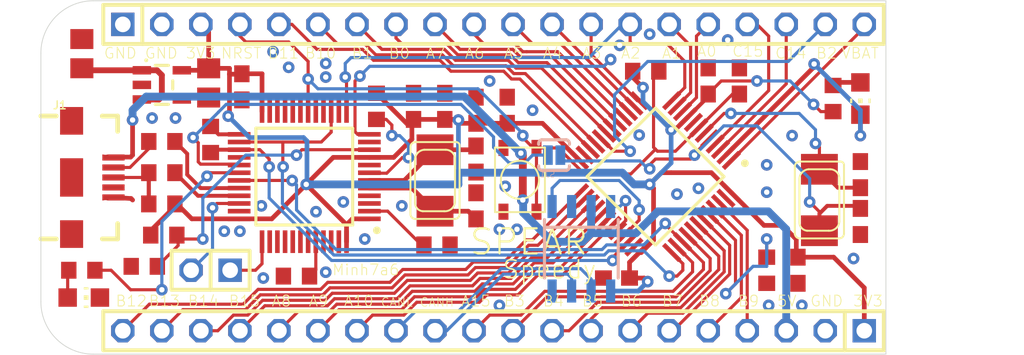
<source format=kicad_pcb>
(kicad_pcb (version 20211014) (generator pcbnew)
  (layers (0 "F.Cu" signal) (31 "B.Cu" signal) (34 "B.Paste" user) (35 "F.Paste" user) (36 "B.SilkS" user "B.Silkscreen") (37 "F.SilkS" user "F.Silkscreen") (38 "B.Mask" user) (39 "F.Mask" user) (44 "Edge.Cuts" user))
  (net 0 "")
  (net 1 "VBAT")
  (net 2 "PC13")
  (net 3 "OSC32_IN")
  (net 4 "OSC32_OUT")
  (net 5 "OSC_IN")
  (net 6 "OSC_OUT")
  (net 7 "NRST")
  (net 8 "PA0-WKUP")
  (net 9 "PA1")
  (net 10 "PA2")
  (net 11 "PA3")
  (net 12 "PA4")
  (net 13 "PA5")
  (net 14 "PA6")
  (net 15 "PA7")
  (net 16 "PB0")
  (net 17 "PB1")
  (net 18 "PB2")
  (net 19 "PB10")
  (net 20 "PB11")
  (net 21 "SWDIO")
  (net 22 "PA12")
  (net 23 "PA11")
  (net 24 "PA10")
  (net 25 "PA9")
  (net 26 "PA8")
  (net 27 "PB15")
  (net 28 "PB14")
  (net 29 "PB13")
  (net 30 "PB12")
  (net 31 "PB9")
  (net 32 "PB8")
  (net 33 "BOOT0")
  (net 34 "PB7")
  (net 35 "PB6")
  (net 36 "PB5")
  (net 37 "PB4")
  (net 38 "PB3_SWO")
  (net 39 "PA15")
  (net 40 "SWCLK")
  (net 41 "GND")
  (net 42 "3.3V")
  (net 43 "5V")
  (net 44 "N$3")
  (net 45 "N$1")
  (net 46 "N$2")
  (net 47 "N$4")
  (net 48 "N$6")
  (net 49 "DIO")
  (net 50 "DCLK")
  (net 51 "D+")
  (net 52 "D-")
  (net 53 "N$9")
  (net 54 "N$8")
  (net 55 "PA0")
  (net 56 "RST")
  (net 57 "LED_STLINK")
  (net 58 "N$5")
  (net 59 "N$7")
  (net 60 "CANH")
  (net 61 "CANL")
  (net 62 "N$10")
  (footprint "Green Pill stlink:C0603" (layer "F.Cu") (at 164.4351 98.7236 90)
    (fp_text reference "C16" hide)
    (fp_text value "100nF" hide)
  )
  (footprint "Green Pill stlink:QFP50P900X900X160-48N" (layer "F.Cu") (at 138.1461 104.9466 180)
    (fp_text reference "IC1" hide)
    (fp_text value "STM32F103C8T6" hide)
  )
  (footprint "Green Pill stlink:C0603" (layer "F.Cu") (at 149.3221 103.8036 -90)
    (fp_text reference "C9" hide)
    (fp_text value "22pF" hide)
  )
  (footprint "Green Pill stlink:R0603" (layer "F.Cu") (at 137.6381 111.4236 180)
    (fp_text reference "R3" hide)
    (fp_text value "100k" hide)
  )
  (footprint "Green Pill stlink:4.2X3.25" (layer "F.Cu") (at 153.2591 107.2326 90)
    (fp_text reference "U$2" hide)
    (fp_text value "4.2X3.25-TACTILE-SWITCH" hide)
  )
  (footprint "Green Pill stlink:C0603" (layer "F.Cu") (at 151.3541 100.6286 90)
    (fp_text reference "C3" hide)
    (fp_text value "100nF" hide)
  )
  (footprint "Green Pill stlink:CHIP-LED0805" (layer "F.Cu") (at 123.7951 112.8206 -90)
    (fp_text reference "LED1" hide)
    (fp_text value "")
  )
  (footprint "Green Pill stlink:C0603" (layer "F.Cu") (at 149.3221 100.6286 90)
    (fp_text reference "C15" hide)
    (fp_text value "100nF" hide)
  )
  (footprint "Green Pill stlink:C0603" (layer "F.Cu") (at 149.3221 106.8516 90)
    (fp_text reference "C8" hide)
    (fp_text value "22pF" hide)
  )
  (footprint "Green Pill stlink:NX5032" (layer "F.Cu") (at 171.6741 106.4706 -90)
    (fp_text reference "X1" hide)
    (fp_text value "8MHz" hide)
  )
  (footprint "Green Pill stlink:USB-B-MICRO-SMD" (layer "F.Cu") (at 123.0011 105.0036)
    (fp_text reference "J1")
    (fp_text value "")
  )
  (footprint "Green Pill stlink:QFP50P900X900X160-48N" (layer "F.Cu") (at 161.0061 104.9466 -135)
    (fp_text reference "IC2" hide)
    (fp_text value "STM32F103C8T6" hide)
  )
  (footprint "Green Pill stlink:R0603" (layer "F.Cu") (at 128.8751 102.6606 180)
    (fp_text reference "R6" hide)
    (fp_text value "22" hide)
  )
  (footprint "Green Pill stlink:1X20" (layer "F.Cu") (at 150.4651 95.0406)
    (fp_text reference "JP2" hide)
    (fp_text value "")
  )
  (footprint "Green Pill stlink:C0603" (layer "F.Cu") (at 134.0821 99.1046 -90)
    (fp_text reference "C17" hide)
    (fp_text value "100nF" hide)
  )
  (footprint "Green Pill stlink:C0603" (layer "F.Cu") (at 174.3411 104.8196 90)
    (fp_text reference "C5" hide)
    (fp_text value "22pF" hide)
  )
  (footprint "Green Pill stlink:R0603" (layer "F.Cu") (at 128.8751 106.7246)
    (fp_text reference "R7" hide)
    (fp_text value "1.5k" hide)
  )
  (footprint "Green Pill stlink:C0805" (layer "F.Cu") (at 131.9231 98.8506 -90)
    (fp_text reference "C2" hide)
    (fp_text value "10uF" hide)
  )
  (footprint "Green Pill stlink:C0603" (layer "F.Cu") (at 145.2581 100.3746 90)
    (fp_text reference "C11" hide)
    (fp_text value "100nF" hide)
  )
  (footprint "Green Pill stlink:C0603" (layer "F.Cu") (at 166.4671 98.7236 90)
    (fp_text reference "C10" hide)
    (fp_text value "100nF" hide)
  )
  (footprint "Green Pill stlink:R0603" (layer "F.Cu") (at 123.6681 111.0426 180)
    (fp_text reference "R13" hide)
    (fp_text value "1k" hide)
  )
  (footprint "Green Pill stlink:R0603" (layer "F.Cu") (at 132.0501 102.5336 -90)
    (fp_text reference "R9" hide)
    (fp_text value "100" hide)
  )
  (footprint "Green Pill stlink:1X02" (layer "F.Cu") (at 132.0501 111.0426 180)
    (fp_text reference "JP3" hide)
    (fp_text value "")
  )
  (footprint "Green Pill stlink:C0603" (layer "F.Cu") (at 170.2771 111.0426 -90)
    (fp_text reference "C14" hide)
    (fp_text value "100nF" hide)
  )
  (footprint "Green Pill stlink:R0603" (layer "F.Cu") (at 146.7821 109.3916)
    (fp_text reference "R2" hide)
    (fp_text value "10k" hide)
  )
  (footprint "Green Pill stlink:C0603" (layer "F.Cu") (at 174.3411 107.8676 -90)
    (fp_text reference "C4" hide)
    (fp_text value "22pF" hide)
  )
  (footprint "Green Pill stlink:R0603" (layer "F.Cu") (at 168.2451 111.0426 -90)
    (fp_text reference "R1" hide)
    (fp_text value "100k" hide)
  )
  (footprint "Green Pill stlink:NX5032" (layer "F.Cu") (at 146.6551 105.2006 -90)
    (fp_text reference "X2" hide)
    (fp_text value "8MHz" hide)
  )
  (footprint "Green Pill stlink:C0603" (layer "F.Cu") (at 147.2901 100.3746 90)
    (fp_text reference "C12" hide)
    (fp_text value "100nF" hide)
  )
  (footprint "Green Pill stlink:R0603" (layer "F.Cu") (at 127.7321 110.7886)
    (fp_text reference "R12" hide)
    (fp_text value "4.7k" hide)
  )
  (footprint "Green Pill stlink:R0603" (layer "F.Cu") (at 160.3711 98.0886 180)
    (fp_text reference "R8" hide)
    (fp_text value "10k" hide)
  )
  (footprint "Green Pill stlink:R0603" (layer "F.Cu") (at 142.8451 100.3746 90)
    (fp_text reference "R4" hide)
    (fp_text value "10k" hide)
  )
  (footprint "Green Pill stlink:C0603" (layer "F.Cu") (at 158.4661 111.5506 180)
    (fp_text reference "C13" hide)
    (fp_text value "100nF" hide)
  )
  (footprint "Green Pill stlink:SOT23-5" (layer "F.Cu") (at 128.8751 98.9776 -90)
    (fp_text reference "U1" hide)
    (fp_text value "3.3V")
  )
  (footprint "Green Pill stlink:R0603" (layer "F.Cu") (at 128.8751 104.6926 180)
    (fp_text reference "R5" hide)
    (fp_text value "22" hide)
  )
  (footprint "Green Pill stlink:1X20" (layer "F.Cu") (at 150.4651 114.9796 180)
    (fp_text reference "JP1" hide)
    (fp_text value "")
  )
  (footprint "Green Pill stlink:C0805" (layer "F.Cu") (at 123.6681 96.9456 90)
    (fp_text reference "C1" hide)
    (fp_text value "10uF" hide)
  )
  (footprint "Green Pill stlink:CHIP-LED0805" (layer "F.Cu") (at 174.3411 99.8666 180)
    (fp_text reference "LED2" hide)
    (fp_text value "")
  )
  (footprint "Green Pill stlink:R0603" (layer "F.Cu") (at 172.5631 99.8666 90)
    (fp_text reference "R10" hide)
    (fp_text value "1k")
  )
  (footprint "Green Pill stlink:R0603" (layer "F.Cu") (at 129.0021 108.7566 180)
    (fp_text reference "R11" hide)
    (fp_text value "4.7k" hide)
  )
  (footprint "Green Pill stlink:SJ_2S-NOTRACE" (layer "B.Cu") (at 154.4021 103.5496)
    (fp_text reference "SJ1")
    (fp_text value "SOLDERJUMPERNC2" hide)
  )
  (footprint "Green Pill stlink:SOIC8" (layer "B.Cu") (at 156.1801 109.6456)
    (fp_text reference "U$1" hide)
    (fp_text value "MCP2562-E/SN" hide)
  )
  (gr_arc (start 124.415306 116.5036) (mid 122.001098 115.503602) (end 121.0011 113.089394) (layer "Edge.Cuts") (width 0.05))
  (gr_line (start 176.0011 116.5036) (end 176.0011 93.5036) (layer "Edge.Cuts") (width 0.05))
  (gr_line (start 124.415306 116.5036) (end 176.0011 116.5036) (layer "Edge.Cuts") (width 0.05))
  (gr_line (start 176.0011 93.5036) (end 124.415306 93.5036) (layer "Edge.Cuts") (width 0.05))
  (gr_arc (start 121.001099 96.917807) (mid 122.001097 94.503598) (end 124.415306 93.5036) (layer "Edge.Cuts") (width 0.05))
  (gr_line (start 121.0011 96.917807) (end 121.0011 113.089394) (layer "Edge.Cuts") (width 0.05))
  (gr_text "B10" (at 138.1461 97.3266) (layer "F.SilkS") (effects (font (size 0.70104 0.70104) (thickness 0.06096)) (justify left bottom)))
  (gr_text "B0" (at 143.6071 97.3266) (layer "F.SilkS") (effects (font (size 0.70104 0.70104) (thickness 0.06096)) (justify left bottom)))
  (gr_text "B12" (at 125.8271 113.4556) (layer "F.SilkS") (effects (font (size 0.70104 0.70104) (thickness 0.06096)) (justify left bottom)))
  (gr_text "A6" (at 148.5601 97.3266) (layer "F.SilkS") (effects (font (size 0.70104 0.70104) (thickness 0.06096)) (justify left bottom)))
  (gr_text "B1" (at 141.1941 97.3266) (layer "F.SilkS") (effects (font (size 0.70104 0.70104) (thickness 0.06096)) (justify left bottom)))
  (gr_text "GND" (at 127.7321 97.3266) (layer "F.SilkS") (effects (font (size 0.70104 0.70104) (thickness 0.06096)) (justify left bottom)))
  (gr_text "GND" (at 125.0651 97.3266) (layer "F.SilkS") (effects (font (size 0.70104 0.70104) (thickness 0.06096)) (justify left bottom)))
  (gr_text "A10" (at 140.6861 113.4556) (layer "F.SilkS") (effects (font (size 0.70104 0.70104) (thickness 0.06096)) (justify left bottom)))
  (gr_text "B11" (at 135.7331 97.3266) (layer "F.SilkS") (effects (font (size 0.70104 0.70104) (thickness 0.06096)) (justify left bottom)))
  (gr_text "A0" (at 163.6731 97.1996) (layer "F.SilkS") (effects (font (size 0.70104 0.70104) (thickness 0.06096)) (justify left bottom)))
  (gr_text "NRST" (at 132.6851 97.3266) (layer "F.SilkS") (effects (font (size 0.70104 0.70104) (thickness 0.06096)) (justify left bottom)))
  (gr_text "A2" (at 158.7201 97.3266) (layer "F.SilkS") (effects (font (size 0.70104 0.70104) (thickness 0.06096)) (justify left bottom)))
  (gr_text "A9" (at 138.4001 113.4556) (layer "F.SilkS") (effects (font (size 0.70104 0.70104) (thickness 0.06096)) (justify left bottom)))
  (gr_text "CANL" (at 143.0991 113.4556) (layer "F.SilkS") (effects (font (size 0.560832 0.560832) (thickness 0.048768)) (justify left bottom)))
  (gr_text "SPEAR" (at 148.8141 110.1536) (layer "F.SilkS") (effects (font (size 1.63576 1.63576) (thickness 0.14224)) (justify left bottom)))
  (gr_text "C14" (at 168.7531 97.3266) (layer "F.SilkS") (effects (font (size 0.70104 0.70104) (thickness 0.06096)) (justify left bottom)))
  (gr_text "B3" (at 151.1001 113.4556) (layer "F.SilkS") (effects (font (size 0.70104 0.70104) (thickness 0.06096)) (justify left bottom)))
  (gr_text "CANH" (at 145.6391 113.4556) (layer "F.SilkS") (effects (font (size 0.560832 0.560832) (thickness 0.048768)) (justify left bottom)))
  (gr_text "3V3" (at 130.3991 97.3266) (layer "F.SilkS") (effects (font (size 0.70104 0.70104) (thickness 0.06096)) (justify left bottom)))
  (gr_text "A4" (at 153.6401 97.3266) (layer "F.SilkS") (effects (font (size 0.70104 0.70104) (thickness 0.06096)) (justify left bottom)))
  (gr_text "B7" (at 161.3871 113.4556) (layer "F.SilkS") (effects (font (size 0.70104 0.70104) (thickness 0.06096)) (justify left bottom)))
  (gr_text "B15" (at 133.1931 113.4556) (layer "F.SilkS") (effects (font (size 0.70104 0.70104) (thickness 0.06096)) (justify left bottom)))
  (gr_text "B5" (at 156.1801 113.4556) (layer "F.SilkS") (effects (font (size 0.70104 0.70104) (thickness 0.06096)) (justify left bottom)))
  (gr_text "Minh7a6" (at 139.9241 111.4236) (layer "F.SilkS") (effects (font (size 0.70104 0.70104) (thickness 0.06096)) (justify left bottom)))
  (gr_text "A5" (at 151.1001 97.3266) (layer "F.SilkS") (effects (font (size 0.70104 0.70104) (thickness 0.06096)) (justify left bottom)))
  (gr_text "5V" (at 168.8801 113.4556) (layer "F.SilkS") (effects (font (size 0.70104 0.70104) (thickness 0.06096)) (justify left bottom)))
  (gr_text "A8" (at 135.9871 113.4556) (layer "F.SilkS") (effects (font (size 0.70104 0.70104) (thickness 0.06096)) (justify left bottom)))
  (gr_text "C15" (at 165.9591 97.1996) (layer "F.SilkS") (effects (font (size 0.70104 0.70104) (thickness 0.06096)) (justify left bottom)))
  (gr_text "A1" (at 161.3871 97.3266) (layer "F.SilkS") (effects (font (size 0.70104 0.70104) (thickness 0.06096)) (justify left bottom)))
  (gr_text "B9" (at 166.3401 113.4556) (layer "F.SilkS") (effects (font (size 0.70104 0.70104) (thickness 0.06096)) (justify left bottom)))
  (gr_text "B13" (at 127.9861 113.4556) (layer "F.SilkS") (effects (font (size 0.70104 0.70104) (thickness 0.06096)) (justify left bottom)))
  (gr_text "A7" (at 146.0201 97.3266) (layer "F.SilkS") (effects (font (size 0.70104 0.70104) (thickness 0.06096)) (justify left bottom)))
  (gr_text "B6" (at 158.7201 113.4556) (layer "F.SilkS") (effects (font (size 0.70104 0.70104) (thickness 0.06096)) (justify left bottom)))
  (gr_text "GND" (at 171.0391 113.4556) (layer "F.SilkS") (effects (font (size 0.70104 0.70104) (thickness 0.06096)) (justify left bottom)))
  (gr_text "Speedy" (at 150.9731 111.6776) (layer "F.SilkS") (effects (font (size 1.1684 1.1684) (thickness 0.1016)) (justify left bottom)))
  (gr_text "B8" (at 163.8001 113.4556) (layer "F.SilkS") (effects (font (size 0.70104 0.70104) (thickness 0.06096)) (justify left bottom)))
  (gr_text "3V3" (at 173.8331 113.4556) (layer "F.SilkS") (effects (font (size 0.70104 0.70104) (thickness 0.06096)) (justify left bottom)))
  (gr_text "A3" (at 156.1801 97.3266) (layer "F.SilkS") (effects (font (size 0.70104 0.70104) (thickness 0.06096)) (justify left bottom)))
  (gr_text "VBAT" (at 173.0711 97.3266) (layer "F.SilkS") (effects (font (size 0.70104 0.70104) (thickness 0.06096)) (justify left bottom)))
  (gr_text "B14" (at 130.5261 113.4556) (layer "F.SilkS") (effects (font (size 0.70104 0.70104) (thickness 0.06096)) (justify left bottom)))
  (gr_text "B4" (at 153.6401 113.4556) (layer "F.SilkS") (effects (font (size 0.70104 0.70104) (thickness 0.06096)) (justify left bottom)))
  (gr_text "A15" (at 148.3061 113.4556) (layer "F.SilkS") (effects (font (size 0.70104 0.70104) (thickness 0.06096)) (justify left bottom)))
  (gr_text "B2" (at 171.4201 97.3266) (layer "F.SilkS") (effects (font (size 0.70104 0.70104) (thickness 0.06096)) (justify left bottom)))
  (segment (start 174.5951 95.246688) (end 174.5951 95.0406) (width 0.2032) (layer "F.Cu") (net 1))
  (segment (start 165.947359 103.894429) (end 174.5951 95.246688) (width 0.2032) (layer "F.Cu") (net 1))
  (segment (start 174.3411 102.2796) (end 174.3411 100.9166) (width 0.3048) (layer "F.Cu") (net 2))
  (segment (start 165.593806 103.540872) (end 171.330109 97.804569) (width 0.3048) (layer "F.Cu") (net 2))
  (segment (start 171.330109 97.804569) (end 171.330109 97.61761) (width 0.3048) (layer "F.Cu") (net 2))
  (via (at 171.330109 97.61761) (size 0.7564) (drill 0.35) (layers "F.Cu" "B.Cu") (net 2))
  (via (at 174.3411 102.2796) (size 0.7564) (drill 0.35) (layers "F.Cu" "B.Cu") (net 2))
  (segment (start 174.3411 100.6286) (end 174.3411 102.2796) (width 0.3048) (layer "B.Cu") (net 2))
  (segment (start 171.330109 97.61761) (end 174.3411 100.6286) (width 0.3048) (layer "B.Cu") (net 2))
  (segment (start 165.240253 103.187319) (end 169.5151 98.912472) (width 0.2032) (layer "F.Cu") (net 3))
  (segment (start 169.5151 98.912472) (end 169.5151 95.0406) (width 0.2032) (layer "F.Cu") (net 3))
  (segment (start 168.3721 99.348366) (end 168.3721 95.8026) (width 0.2032) (layer "F.Cu") (net 4))
  (segment (start 167.6101 95.0406) (end 166.9751 95.0406) (width 0.2032) (layer "F.Cu") (net 4))
  (segment (start 164.8867 102.833766) (end 168.3721 99.348366) (width 0.2032) (layer "F.Cu") (net 4))
  (segment (start 168.3721 95.8026) (end 167.6101 95.0406) (width 0.2032) (layer "F.Cu") (net 4))
  (segment (start 174.1751 106.8516) (end 174.3411 107.0176) (width 0.254) (layer "F.Cu") (net 5))
  (segment (start 163.5461 103.46726) (end 163.5461 103.5496) (width 0.2032) (layer "F.Cu") (net 5))
  (segment (start 171.6741 107.2326) (end 171.6741 108.3756) (width 0.2032) (layer "F.Cu") (net 5))
  (segment (start 171.6741 108.3756) (end 171.6741 107.3596) (width 0.254) (layer "F.Cu") (net 5))
  (segment (start 161.0061 103.8036) (end 160.627634 104.182066) (width 0.2032) (layer "F.Cu") (net 5))
  (segment (start 163.2921 103.8036) (end 161.0061 103.8036) (width 0.2032) (layer "F.Cu") (net 5))
  (segment (start 163.5461 103.5496) (end 163.2921 103.8036) (width 0.2032) (layer "F.Cu") (net 5))
  (segment (start 171.6741 108.4706) (end 171.6741 108.3756) (width 0.254) (layer "F.Cu") (net 5))
  (segment (start 164.533146 102.480213) (end 163.5461 103.46726) (width 0.2032) (layer "F.Cu") (net 5))
  (segment (start 160.627634 104.182066) (end 160.627634 104.441135) (width 0.2032) (layer "F.Cu") (net 5))
  (segment (start 163.5461 103.5496) (end 163.2921 103.8036) (width 0.2032) (layer "F.Cu") (net 5))
  (segment (start 171.0391 106.5976) (end 171.6741 107.2326) (width 0.2032) (layer "F.Cu") (net 5))
  (segment (start 171.6741 107.3596) (end 172.1821 106.8516) (width 0.254) (layer "F.Cu") (net 5))
  (segment (start 172.1821 106.8516) (end 174.1751 106.8516) (width 0.254) (layer "F.Cu") (net 5))
  (via (at 163.5461 103.5496) (size 0.7564) (drill 0.35) (layers "F.Cu" "B.Cu") (net 5))
  (via (at 160.627634 104.441135) (size 0.7564) (drill 0.35) (layers "F.Cu" "B.Cu") (net 5))
  (via (at 171.0391 106.5976) (size 0.7564) (drill 0.35) (layers "F.Cu" "B.Cu") (net 5))
  (segment (start 167.6101 101.6446) (end 171.0391 105.0736) (width 0.2032) (layer "B.Cu") (net 5))
  (segment (start 160.511303 104.441135) (end 160.627634 104.441135) (width 0.2032) (layer "B.Cu") (net 5))
  (segment (start 154.8148 103.925) (end 154.812 103.9278) (width 0.2032) (layer "B.Cu") (net 5))
  (segment (start 159.997968 103.9278) (end 154.812 103.9278) (width 0.2032) (layer "B.Cu") (net 5))
  (segment (start 159.997968 103.9278) (end 160.511303 104.441135) (width 0.2032) (layer "B.Cu") (net 5))
  (segment (start 154.8148 103.5496) (end 154.8148 103.925) (width 0.2032) (layer "B.Cu") (net 5))
  (segment (start 163.5461 103.5496) (end 165.4511 101.6446) (width 0.2032) (layer "B.Cu") (net 5))
  (segment (start 171.0391 105.0736) (end 171.0391 106.5976) (width 0.2032) (layer "B.Cu") (net 5))
  (segment (start 165.4511 101.6446) (end 167.6101 101.6446) (width 0.2032) (layer "B.Cu") (net 5))
  (segment (start 164.179593 102.12666) (end 165.470893 100.83536) (width 0.2032) (layer "F.Cu") (net 6))
  (segment (start 171.4201 102.7876) (end 171.6741 103.0416) (width 0.2032) (layer "F.Cu") (net 6))
  (segment (start 172.8731 105.6696) (end 174.3411 105.6696) (width 0.254) (layer "F.Cu") (net 6))
  (segment (start 171.6741 104.4706) (end 172.8731 105.6696) (width 0.254) (layer "F.Cu") (net 6))
  (segment (start 171.6741 103.0416) (end 171.6741 104.4706) (width 0.2032) (layer "F.Cu") (net 6))
  (segment (start 165.470893 100.83536) (end 165.911859 100.83536) (width 0.2032) (layer "F.Cu") (net 6))
  (via (at 165.911859 100.83536) (size 0.7564) (drill 0.35) (layers "F.Cu" "B.Cu") (net 6))
  (via (at 171.4201 102.7876) (size 0.7564) (drill 0.35) (layers "F.Cu" "B.Cu") (net 6))
  (segment (start 165.911859 100.83536) (end 170.356859 100.83536) (width 0.2032) (layer "B.Cu") (net 6))
  (segment (start 170.356859 100.83536) (end 171.4201 101.8986) (width 0.2032) (layer "B.Cu") (net 6))
  (segment (start 171.4201 101.8986) (end 171.4201 102.7876) (width 0.2032) (layer "B.Cu") (net 6))
  (segment (start 152.3701 102.4066) (end 152.3701 102.2796) (width 0.2032) (layer "F.Cu") (net 7))
  (segment (start 163.82604 101.773107) (end 162.303546 103.2956) (width 0.2032) (layer "F.Cu") (net 7))
  (segment (start 133.9551 95.8026) (end 133.9551 95.0406) (width 0.2032) (layer "F.Cu") (net 7))
  (segment (start 162.303546 103.2956) (end 161.1331 103.2956) (width 0.2032) (layer "F.Cu") (net 7))
  (segment (start 153.0461 103.0826) (end 152.3701 102.4066) (width 0.2032) (layer "F.Cu") (net 7))
  (segment (start 153.2591 107.2326) (end 153.2591 103.0826) (width 0.2032) (layer "F.Cu") (net 7))
  (segment (start 138.3961 97.4496) (end 137.1301 96.1836) (width 0.2032) (layer "F.Cu") (net 7))
  (segment (start 166.025546 99.5736) (end 166.4671 99.5736) (width 0.2032) (layer "F.Cu") (net 7))
  (segment (start 138.3961 100.7086) (end 138.3961 98.5966) (width 0.2032) (layer "F.Cu") (net 7))
  (segment (start 160.8791 98.4306) (end 161.2211 98.0886) (width 0.2032) (layer "F.Cu") (net 7))
  (segment (start 138.3961 98.5966) (end 138.3961 97.4496) (width 0.2032) (layer "F.Cu") (net 7))
  (segment (start 160.8791 103.0416) (end 160.8791 98.4306) (width 0.2032) (layer "F.Cu") (net 7))
  (segment (start 153.2591 103.0826) (end 153.0461 103.0826) (width 0.2032) (layer "F.Cu") (net 7))
  (segment (start 161.1331 103.2956) (end 161.0061 103.1686) (width 0.2032) (layer "F.Cu") (net 7))
  (segment (start 163.82604 101.773107) (end 166.025546 99.5736) (width 0.2032) (layer "F.Cu") (net 7))
  (segment (start 159.398715 104.775985) (end 156.371659 104.775985) (width 0.2032) (layer "F.Cu") (net 7))
  (segment (start 156.371659 104.775985) (end 154.678275 103.0826) (width 0.2032) (layer "F.Cu") (net 7))
  (segment (start 161.0061 103.1686) (end 159.398715 104.775985) (width 0.2032) (layer "F.Cu") (net 7))
  (segment (start 154.678275 103.0826) (end 153.2591 103.0826) (width 0.2032) (layer "F.Cu") (net 7))
  (segment (start 161.0061 103.1686) (end 160.8791 103.0416) (width 0.2032) (layer "F.Cu") (net 7))
  (segment (start 134.3361 96.1836) (end 133.9551 95.8026) (width 0.2032) (layer "F.Cu") (net 7))
  (segment (start 137.1301 96.1836) (end 134.3361 96.1836) (width 0.2032) (layer "F.Cu") (net 7))
  (via (at 138.3961 98.5966) (size 0.7564) (drill 0.35) (layers "F.Cu" "B.Cu") (net 7))
  (via (at 152.3701 102.2796) (size 0.7564) (drill 0.35) (layers "F.Cu" "B.Cu") (net 7))
  (segment (start 149.4491 99.2316) (end 139.0311 99.2316) (width 0.2032) (layer "B.Cu") (net 7))
  (segment (start 152.3701 102.1526) (end 149.4491 99.2316) (width 0.2032) (layer "B.Cu") (net 7))
  (segment (start 139.0311 99.2316) (end 138.3961 98.5966) (width 0.2032) (layer "B.Cu") (net 7))
  (segment (start 152.3701 102.2796) (end 152.3701 102.1526) (width 0.2032) (layer "B.Cu") (net 7))
  (segment (start 164.4351 95.0406) (end 163.6731 95.8026) (width 0.2032) (layer "F.Cu") (net 8))
  (segment (start 163.6731 99.804729) (end 162.765381 100.712447) (width 0.2032) (layer "F.Cu") (net 8))
  (segment (start 163.6731 95.8026) (end 163.6731 99.804729) (width 0.2032) (layer "F.Cu") (net 8))
  (segment (start 163.2921 99.478622) (end 163.2921 96.4376) (width 0.2032) (layer "F.Cu") (net 9))
  (segment (start 163.2921 96.4376) (end 161.8951 95.0406) (width 0.2032) (layer "F.Cu") (net 9))
  (segment (start 162.411828 100.358894) (end 163.2921 99.478622) (width 0.2032) (layer "F.Cu") (net 9))
  (segment (start 162.9111 99.152513) (end 162.9111 97.4536) (width 0.2032) (layer "F.Cu") (net 10))
  (segment (start 162.9111 97.4536) (end 161.7681 96.3106) (width 0.2032) (layer "F.Cu") (net 10))
  (segment (start 159.4821 96.3106) (end 159.3551 96.1836) (width 0.2032) (layer "F.Cu") (net 10))
  (segment (start 161.7681 96.3106) (end 159.4821 96.3106) (width 0.2032) (layer "F.Cu") (net 10))
  (segment (start 140.8961 98.5526) (end 140.8131 98.4696) (width 0.2032) (layer "F.Cu") (net 10))
  (segment (start 140.8961 100.7086) (end 140.8961 98.5526) (width 0.2032) (layer "F.Cu") (net 10))
  (segment (start 159.3551 96.1836) (end 159.3551 95.0406) (width 0.2032) (layer "F.Cu") (net 10))
  (segment (start 162.058271 100.005341) (end 162.9111 99.152513) (width 0.2032) (layer "F.Cu") (net 10))
  (via (at 140.8131 98.4696) (size 0.7564) (drill 0.35) (layers "F.Cu" "B.Cu") (net 10))
  (segment (start 156.6881 97.1996) (end 158.8471 95.0406) (width 0.2032) (layer "B.Cu") (net 10))
  (segment (start 158.8471 95.0406) (end 159.3551 95.0406) (width 0.2032) (layer "B.Cu") (net 10))
  (segment (start 141.1941 97.1996) (end 156.6881 97.1996) (width 0.2032) (layer "B.Cu") (net 10))
  (segment (start 141.1941 97.1996) (end 140.8131 97.5806) (width 0.2032) (layer "B.Cu") (net 10))
  (segment (start 140.8131 98.4696) (end 140.8131 97.5806) (width 0.2032) (layer "B.Cu") (net 10))
  (segment (start 141.4481 102.0256) (end 141.4481 98.7236) (width 0.2032) (layer "F.Cu") (net 11))
  (segment (start 158.0851 97.3266) (end 157.680143 97.731557) (width 0.2032) (layer "F.Cu") (net 11))
  (segment (start 142.3841 102.1966) (end 141.6191 102.1966) (width 0.2032) (layer "F.Cu") (net 11))
  (segment (start 159.826925 100.005341) (end 157.55314 97.731557) (width 0.2032) (layer "F.Cu") (net 11))
  (segment (start 141.6191 102.1966) (end 141.4481 102.0256) (width 0.2032) (layer "F.Cu") (net 11))
  (segment (start 159.953925 100.005341) (end 159.826925 100.005341) (width 0.2032) (layer "F.Cu") (net 11))
  (segment (start 141.4481 98.7236) (end 141.768165 98.403535) (width 0.2032) (layer "F.Cu") (net 11))
  (segment (start 157.680143 97.731557) (end 157.68014 97.731557) (width 0.2032) (layer "F.Cu") (net 11))
  (segment (start 156.8151 96.993516) (end 156.8151 95.0406) (width 0.2032) (layer "F.Cu") (net 11))
  (segment (start 157.68014 97.731557) (end 157.55314 97.731557) (width 0.2032) (layer "F.Cu") (net 11))
  (segment (start 157.55314 97.731557) (end 156.8151 96.993516) (width 0.2032) (layer "F.Cu") (net 11))
  (via (at 158.0851 97.3266) (size 0.7564) (drill 0.35) (layers "F.Cu" "B.Cu") (net 11))
  (via (at 141.768165 98.403535) (size 0.7564) (drill 0.35) (layers "F.Cu" "B.Cu") (net 11))
  (segment (start 141.768165 98.403535) (end 142.403165 97.768535) (width 0.2032) (layer "B.Cu") (net 11))
  (segment (start 157.643165 97.768535) (end 158.0851 97.3266) (width 0.2032) (layer "B.Cu") (net 11))
  (segment (start 157.643165 97.768535) (end 142.403165 97.768535) (width 0.2032) (layer "B.Cu") (net 11))
  (segment (start 154.282075 95.0406) (end 154.2751 95.0406) (width 0.2032) (layer "F.Cu") (net 12))
  (segment (start 159.600368 100.358894) (end 154.282075 95.0406) (width 0.2032) (layer "F.Cu") (net 12))
  (segment (start 153.0051 96.3106) (end 151.7351 95.0406) (width 0.2032) (layer "F.Cu") (net 13))
  (segment (start 154.844968 96.3106) (end 153.0051 96.3106) (width 0.2032) (layer "F.Cu") (net 13))
  (segment (start 159.246815 100.712447) (end 154.844968 96.3106) (width 0.2032) (layer "F.Cu") (net 13))
  (segment (start 149.8301 96.3106) (end 149.1951 95.6756) (width 0.2032) (layer "F.Cu") (net 14))
  (segment (start 152.3701 96.8186) (end 151.8621 96.3106) (width 0.2032) (layer "F.Cu") (net 14))
  (segment (start 154.645862 96.8186) (end 152.6241 96.8186) (width 0.2032) (layer "F.Cu") (net 14))
  (segment (start 158.893262 101.066) (end 154.645862 96.8186) (width 0.2032) (layer "F.Cu") (net 14))
  (segment (start 151.8621 96.3106) (end 149.8301 96.3106) (width 0.2032) (layer "F.Cu") (net 14))
  (segment (start 149.1951 95.6756) (end 149.1951 95.0406) (width 0.2032) (layer "F.Cu") (net 14))
  (segment (start 152.6241 96.8186) (end 152.3701 96.8186) (width 0.2032) (layer "F.Cu") (net 14))
  (segment (start 148.2807 96.6662) (end 146.6551 95.0406) (width 0.2032) (layer "F.Cu") (net 15))
  (segment (start 154.294356 97.1742) (end 152.2228 97.1742) (width 0.2032) (layer "F.Cu") (net 15))
  (segment (start 151.7148 96.6662) (end 148.2807 96.6662) (width 0.2032) (layer "F.Cu") (net 15))
  (segment (start 152.2228 97.1742) (end 151.7148 96.6662) (width 0.2032) (layer "F.Cu") (net 15))
  (segment (start 158.539709 101.419554) (end 154.294356 97.1742) (width 0.2032) (layer "F.Cu") (net 15))
  (segment (start 152.0755 97.5298) (end 151.5675 97.0218) (width 0.2032) (layer "F.Cu") (net 16))
  (segment (start 153.94285 97.5298) (end 152.0755 97.5298) (width 0.2032) (layer "F.Cu") (net 16))
  (segment (start 144.4961 96.3106) (end 144.1151 95.9296) (width 0.2032) (layer "F.Cu") (net 16))
  (segment (start 147.4222 96.3106) (end 144.4961 96.3106) (width 0.2032) (layer "F.Cu") (net 16))
  (segment (start 148.1334 97.0218) (end 147.4222 96.3106) (width 0.2032) (layer "F.Cu") (net 16))
  (segment (start 151.5675 97.0218) (end 148.1334 97.0218) (width 0.2032) (layer "F.Cu") (net 16))
  (segment (start 144.1151 95.9296) (end 144.1151 95.0406) (width 0.2032) (layer "F.Cu") (net 16))
  (segment (start 158.186156 101.773107) (end 153.94285 97.5298) (width 0.2032) (layer "F.Cu") (net 16))
  (segment (start 147.2749 96.6662) (end 147.9861 97.3774) (width 0.2032) (layer "F.Cu") (net 17))
  (segment (start 141.5751 95.0406) (end 143.2007 96.6662) (width 0.2032) (layer "F.Cu") (net 17))
  (segment (start 151.9282 97.8854) (end 153.591343 97.8854) (width 0.2032) (layer "F.Cu") (net 17))
  (segment (start 143.2007 96.6662) (end 147.2749 96.6662) (width 0.2032) (layer "F.Cu") (net 17))
  (segment (start 147.9861 97.3774) (end 151.4202 97.3774) (width 0.2032) (layer "F.Cu") (net 17))
  (segment (start 151.4202 97.3774) (end 151.9282 97.8854) (width 0.2032) (layer "F.Cu") (net 17))
  (segment (start 153.591343 97.8854) (end 157.832603 102.12666) (width 0.2032) (layer "F.Cu") (net 17))
  (segment (start 157.47905 102.480213) (end 158.294437 103.2956) (width 0.2032) (layer "F.Cu") (net 18))
  (segment (start 158.294437 103.2956) (end 159.3551 103.2956) (width 0.2032) (layer "F.Cu") (net 18))
  (via (at 159.3551 103.2956) (size 0.7564) (drill 0.35) (layers "F.Cu" "B.Cu") (net 18))
  (segment (start 158.3391 99.6126) (end 160.4981 97.4536) (width 0.2032) (layer "B.Cu") (net 18))
  (segment (start 158.3391 102.2796) (end 158.3391 99.6126) (width 0.2032) (layer "B.Cu") (net 18))
  (segment (start 160.4981 97.4536) (end 169.6421 97.4536) (width 0.2032) (layer "B.Cu") (net 18))
  (segment (start 169.6421 97.4536) (end 172.0551 95.0406) (width 0.2032) (layer "B.Cu") (net 18))
  (segment (start 159.3551 103.2956) (end 158.3391 102.2796) (width 0.2032) (layer "B.Cu") (net 18))
  (segment (start 157.125496 102.833766) (end 152.532731 98.241) (width 0.2032) (layer "F.Cu") (net 19))
  (segment (start 152.532731 98.241) (end 151.7809 98.241) (width 0.2032) (layer "F.Cu") (net 19))
  (segment (start 147.8388 97.733) (end 147.1276 97.0218) (width 0.2032) (layer "F.Cu") (net 19))
  (segment (start 151.7809 98.241) (end 151.2729 97.733) (width 0.2032) (layer "F.Cu") (net 19))
  (segment (start 151.2729 97.733) (end 147.8388 97.733) (width 0.2032) (layer "F.Cu") (net 19))
  (segment (start 142.0882 96.3106) (end 140.3051 96.3106) (width 0.2032) (layer "F.Cu") (net 19))
  (segment (start 147.1276 97.0218) (end 142.7994 97.0218) (width 0.2032) (layer "F.Cu") (net 19))
  (segment (start 140.3051 96.3106) (end 139.0351 95.0406) (width 0.2032) (layer "F.Cu") (net 19))
  (segment (start 142.7994 97.0218) (end 142.0882 96.3106) (width 0.2032) (layer "F.Cu") (net 19))
  (segment (start 151.1256 98.0886) (end 151.6336 98.5966) (width 0.2032) (layer "F.Cu") (net 20))
  (segment (start 142.6521 97.3774) (end 146.9803 97.3774) (width 0.2032) (layer "F.Cu") (net 20))
  (segment (start 146.9803 97.3774) (end 147.6915 98.0886) (width 0.2032) (layer "F.Cu") (net 20))
  (segment (start 137.344256 95.0406) (end 138.969856 96.6662) (width 0.2032) (layer "F.Cu") (net 20))
  (segment (start 136.4951 95.0406) (end 137.344256 95.0406) (width 0.2032) (layer "F.Cu") (net 20))
  (segment (start 152.181225 98.5966) (end 156.771943 103.187319) (width 0.2032) (layer "F.Cu") (net 20))
  (segment (start 147.6915 98.0886) (end 151.1256 98.0886) (width 0.2032) (layer "F.Cu") (net 20))
  (segment (start 151.6336 98.5966) (end 152.181225 98.5966) (width 0.2032) (layer "F.Cu") (net 20))
  (segment (start 141.9409 96.6662) (end 142.6521 97.3774) (width 0.2032) (layer "F.Cu") (net 20))
  (segment (start 138.969856 96.6662) (end 141.9409 96.6662) (width 0.2032) (layer "F.Cu") (net 20))
  (segment (start 132.2371 103.1966) (end 132.0501 103.3836) (width 0.254) (layer "F.Cu") (net 21))
  (segment (start 133.9081 103.1966) (end 135.2531 103.1966) (width 0.2032) (layer "F.Cu") (net 21))
  (segment (start 133.9081 103.1966) (end 132.2371 103.1966) (width 0.254) (layer "F.Cu") (net 21))
  (segment (start 135.8601 103.8036) (end 135.2531 103.1966) (width 0.2032) (layer "F.Cu") (net 21))
  (segment (start 158.2121 110.4076) (end 158.2121 110.215472) (width 0.2032) (layer "F.Cu") (net 21))
  (segment (start 135.8601 103.8036) (end 135.8601 104.3116) (width 0.2032) (layer "F.Cu") (net 21))
  (segment (start 158.2121 110.215472) (end 159.246815 109.180757) (width 0.2032) (layer "F.Cu") (net 21))
  (via (at 158.2121 110.4076) (size 0.7564) (drill 0.35) (layers "F.Cu" "B.Cu") (net 21))
  (via (at 135.8601 104.3116) (size 0.7564) (drill 0.35) (layers "F.Cu" "B.Cu") (net 21))
  (segment (start 135.8601 106.3436) (end 139.9241 110.4076) (width 0.2032) (layer "B.Cu") (net 21))
  (segment (start 135.8601 104.3116) (end 135.8601 106.3436) (width 0.2032) (layer "B.Cu") (net 21))
  (segment (start 139.9241 110.4076) (end 158.2121 110.4076) (width 0.2032) (layer "B.Cu") (net 21))
  (segment (start 159.9421 107.778366) (end 158.893262 108.827204) (width 0.2032) (layer "F.Cu") (net 22))
  (segment (start 159.9421 107.1056) (end 159.9421 107.778366) (width 0.2032) (layer "F.Cu") (net 22))
  (via (at 159.9421 107.1056) (size 0.7564) (drill 0.35) (layers "F.Cu" "B.Cu") (net 22))
  (segment (start 154.2751 106.8956) (end 154.2751 105.7086) (width 0.2032) (layer "B.Cu") (net 22))
  (segment (start 159.9421 106.506025) (end 159.9421 107.1056) (width 0.2032) (layer "B.Cu") (net 22))
  (segment (start 154.7831 105.2006) (end 158.636675 105.2006) (width 0.2032) (layer "B.Cu") (net 22))
  (segment (start 158.636675 105.2006) (end 159.9421 106.506025) (width 0.2032) (layer "B.Cu") (net 22))
  (segment (start 154.2751 105.7086) (end 154.7831 105.2006) (width 0.2032) (layer "B.Cu") (net 22))
  (segment (start 159.056853 107.588607) (end 159.056853 106.514847) (width 0.2032) (layer "F.Cu") (net 23))
  (segment (start 158.539709 108.47365) (end 158.539709 108.337882) (width 0.2032) (layer "F.Cu") (net 23))
  (segment (start 158.539709 108.337882) (end 159.067712 107.809879) (width 0.2032) (layer "F.Cu") (net 23))
  (segment (start 159.067712 107.599466) (end 159.056853 107.588607) (width 0.2032) (layer "F.Cu") (net 23))
  (segment (start 159.067712 107.809879) (end 159.067712 107.599466) (width 0.2032) (layer "F.Cu") (net 23))
  (via (at 159.056853 106.514847) (size 0.7564) (drill 0.35) (layers "F.Cu" "B.Cu") (net 23))
  (segment (start 159.056853 106.514847) (end 158.675853 106.895847) (width 0.2032) (layer "B.Cu") (net 23))
  (segment (start 158.0851 106.8956) (end 158.085346 106.895847) (width 0.2032) (layer "B.Cu") (net 23))
  (segment (start 158.675853 106.895847) (end 158.085346 106.895847) (width 0.2032) (layer "B.Cu") (net 23))
  (segment (start 152.0603 112.6428) (end 150.0232 112.6428) (width 0.2032) (layer "F.Cu") (net 24))
  (segment (start 145.4664 113.1254) (end 144.6282 113.9636) (width 0.2032) (layer "F.Cu") (net 24))
  (segment (start 150.0232 112.6428) (end 149.5406 113.1254) (width 0.2032) (layer "F.Cu") (net 24))
  (segment (start 153.3557 111.3474) (end 152.0603 112.6428) (width 0.2032) (layer "F.Cu") (net 24))
  (segment (start 158.186156 108.120097) (end 154.958853 111.3474) (width 0.2032) (layer "F.Cu") (net 24))
  (segment (start 142.5911 113.9636) (end 141.5751 114.9796) (width 0.2032) (layer "F.Cu") (net 24))
  (segment (start 149.5406 113.1254) (end 145.4664 113.1254) (width 0.2032) (layer "F.Cu") (net 24))
  (segment (start 144.6282 113.9636) (end 142.5911 113.9636) (width 0.2032) (layer "F.Cu") (net 24))
  (segment (start 154.958853 111.3474) (end 153.3557 111.3474) (width 0.2032) (layer "F.Cu") (net 24))
  (segment (start 144.4809 113.608) (end 145.3191 112.7698) (width 0.2032) (layer "F.Cu") (net 25))
  (segment (start 139.0351 114.9796) (end 140.4067 113.608) (width 0.2032) (layer "F.Cu") (net 25))
  (segment (start 153.2591 110.9156) (end 154.7831 110.9156) (width 0.2032) (layer "F.Cu") (net 25))
  (segment (start 149.8759 112.2872) (end 151.8875 112.2872) (width 0.2032) (layer "F.Cu") (net 25))
  (segment (start 140.4067 113.608) (end 144.4809 113.608) (width 0.2032) (layer "F.Cu") (net 25))
  (segment (start 154.7831 110.9156) (end 157.832603 107.866097) (width 0.2032) (layer "F.Cu") (net 25))
  (segment (start 157.832603 107.866097) (end 157.832603 107.766544) (width 0.2032) (layer "F.Cu") (net 25))
  (segment (start 145.3191 112.7698) (end 149.3933 112.7698) (width 0.2032) (layer "F.Cu") (net 25))
  (segment (start 151.8875 112.2872) (end 153.2591 110.9156) (width 0.2032) (layer "F.Cu") (net 25))
  (segment (start 149.3933 112.7698) (end 149.8759 112.2872) (width 0.2032) (layer "F.Cu") (net 25))
  (segment (start 145.1718 112.4142) (end 144.3336 113.2524) (width 0.2032) (layer "F.Cu") (net 26))
  (segment (start 151.7402 111.9316) (end 149.7286 111.9316) (width 0.2032) (layer "F.Cu") (net 26))
  (segment (start 157.47905 107.412991) (end 154.33204 110.56) (width 0.2032) (layer "F.Cu") (net 26))
  (segment (start 144.3336 113.2524) (end 140.2594 113.2524) (width 0.2032) (layer "F.Cu") (net 26))
  (segment (start 154.33204 110.56) (end 153.1118 110.56) (width 0.2032) (layer "F.Cu") (net 26))
  (segment (start 149.246 112.4142) (end 145.1718 112.4142) (width 0.2032) (layer "F.Cu") (net 26))
  (segment (start 140.2594 113.2524) (end 139.8022 113.7096) (width 0.2032) (layer "F.Cu") (net 26))
  (segment (start 153.1118 110.56) (end 151.7402 111.9316) (width 0.2032) (layer "F.Cu") (net 26))
  (segment (start 137.7651 113.7096) (end 136.4951 114.9796) (width 0.2032) (layer "F.Cu") (net 26))
  (segment (start 149.7286 111.9316) (end 149.246 112.4142) (width 0.2032) (layer "F.Cu") (net 26))
  (segment (start 139.8022 113.7096) (end 137.7651 113.7096) (width 0.2032) (layer "F.Cu") (net 26))
  (segment (start 152.9645 110.2044) (end 153.980534 110.2044) (width 0.2032) (layer "F.Cu") (net 27))
  (segment (start 135.5807 113.354) (end 139.6549 113.354) (width 0.2032) (layer "F.Cu") (net 27))
  (segment (start 153.980534 110.2044) (end 157.125496 107.059438) (width 0.2032) (layer "F.Cu") (net 27))
  (segment (start 139.6549 113.354) (end 140.1121 112.8968) (width 0.2032) (layer "F.Cu") (net 27))
  (segment (start 145.0245 112.0586) (end 149.0987 112.0586) (width 0.2032) (layer "F.Cu") (net 27))
  (segment (start 133.9551 114.9796) (end 135.5807 113.354) (width 0.2032) (layer "F.Cu") (net 27))
  (segment (start 149.5813 111.576) (end 151.5929 111.576) (width 0.2032) (layer "F.Cu") (net 27))
  (segment (start 144.1863 112.8968) (end 145.0245 112.0586) (width 0.2032) (layer "F.Cu") (net 27))
  (segment (start 151.5929 111.576) (end 152.9645 110.2044) (width 0.2032) (layer "F.Cu") (net 27))
  (segment (start 149.0987 112.0586) (end 149.5813 111.576) (width 0.2032) (layer "F.Cu") (net 27))
  (segment (start 140.1121 112.8968) (end 144.1863 112.8968) (width 0.2032) (layer "F.Cu") (net 27))
  (segment (start 132.518256 114.9796) (end 131.4151 114.9796) (width 0.2032) (layer "F.Cu") (net 28))
  (segment (start 144.8517 111.703) (end 144.0135 112.5412) (width 0.2032) (layer "F.Cu") (net 28))
  (segment (start 156.771943 106.705885) (end 153.705228 109.7726) (width 0.2032) (layer "F.Cu") (net 28))
  (segment (start 144.0135 112.5412) (end 139.9648 112.5412) (width 0.2032) (layer "F.Cu") (net 28))
  (segment (start 151.4456 111.2204) (end 149.434 111.2204) (width 0.2032) (layer "F.Cu") (net 28))
  (segment (start 134.4682 113.9636) (end 133.534256 113.9636) (width 0.2032) (layer "F.Cu") (net 28))
  (segment (start 148.9514 111.703) (end 144.8517 111.703) (width 0.2032) (layer "F.Cu") (net 28))
  (segment (start 135.4334 112.9984) (end 134.4682 113.9636) (width 0.2032) (layer "F.Cu") (net 28))
  (segment (start 149.434 111.2204) (end 148.9514 111.703) (width 0.2032) (layer "F.Cu") (net 28))
  (segment (start 152.8934 109.7726) (end 151.4456 111.2204) (width 0.2032) (layer "F.Cu") (net 28))
  (segment (start 133.534256 113.9636) (end 132.518256 114.9796) (width 0.2032) (layer "F.Cu") (net 28))
  (segment (start 139.5076 112.9984) (end 135.4334 112.9984) (width 0.2032) (layer "F.Cu") (net 28))
  (segment (start 153.705228 109.7726) (end 152.8934 109.7726) (width 0.2032) (layer "F.Cu") (net 28))
  (segment (start 139.9648 112.5412) (end 139.5076 112.9984) (width 0.2032) (layer "F.Cu") (net 28))
  (segment (start 130.2467 113.608) (end 134.3209 113.608) (width 0.2032) (layer "F.Cu") (net 29))
  (segment (start 152.7461 109.417) (end 153.353721 109.417) (width 0.2032) (layer "F.Cu") (net 29))
  (segment (start 144.7044 111.3474) (end 148.8041 111.3474) (width 0.2032) (layer "F.Cu") (net 29))
  (segment (start 151.2983 110.8648) (end 152.7461 109.417) (width 0.2032) (layer "F.Cu") (net 29))
  (segment (start 134.3209 113.608) (end 135.2861 112.6428) (width 0.2032) (layer "F.Cu") (net 29))
  (segment (start 135.2861 112.6428) (end 139.3603 112.6428) (width 0.2032) (layer "F.Cu") (net 29))
  (segment (start 143.8662 112.1856) (end 144.7044 111.3474) (width 0.2032) (layer "F.Cu") (net 29))
  (segment (start 149.2867 110.8648) (end 151.2983 110.8648) (width 0.2032) (layer "F.Cu") (net 29))
  (segment (start 148.8041 111.3474) (end 149.2867 110.8648) (width 0.2032) (layer "F.Cu") (net 29))
  (segment (start 153.353721 109.417) (end 156.41839 106.352332) (width 0.2032) (layer "F.Cu") (net 29))
  (segment (start 139.8175 112.1856) (end 143.8662 112.1856) (width 0.2032) (layer "F.Cu") (net 29))
  (segment (start 128.8751 114.9796) (end 130.2467 113.608) (width 0.2032) (layer "F.Cu") (net 29))
  (segment (start 139.3603 112.6428) (end 139.8175 112.1856) (width 0.2032) (layer "F.Cu") (net 29))
  (segment (start 149.1394 110.5092) (end 151.151 110.5092) (width 0.2032) (layer "F.Cu") (net 30))
  (segment (start 143.7189 111.83) (end 144.5571 110.9918) (width 0.2032) (layer "F.Cu") (net 30))
  (segment (start 156.064837 105.998775) (end 153.002212 109.0614) (width 0.2032) (layer "F.Cu") (net 30))
  (segment (start 128.0623 113.2524) (end 134.1736 113.2524) (width 0.2032) (layer "F.Cu") (net 30))
  (segment (start 153.002212 109.0614) (end 152.5988 109.0614) (width 0.2032) (layer "F.Cu") (net 30))
  (segment (start 152.5988 109.0614) (end 151.151 110.5092) (width 0.2032) (layer "F.Cu") (net 30))
  (segment (start 135.1388 112.2872) (end 139.213 112.2872) (width 0.2032) (layer "F.Cu") (net 30))
  (segment (start 144.5571 110.9918) (end 148.6568 110.9918) (width 0.2032) (layer "F.Cu") (net 30))
  (segment (start 139.213 112.2872) (end 139.6702 111.83) (width 0.2032) (layer "F.Cu") (net 30))
  (segment (start 148.6568 110.9918) (end 149.1394 110.5092) (width 0.2032) (layer "F.Cu") (net 30))
  (segment (start 139.6702 111.83) (end 143.7189 111.83) (width 0.2032) (layer "F.Cu") (net 30))
  (segment (start 126.3351 114.9796) (end 128.0623 113.2524) (width 0.2032) (layer "F.Cu") (net 30))
  (segment (start 134.1736 113.2524) (end 135.1388 112.2872) (width 0.2032) (layer "F.Cu") (net 30))
  (segment (start 166.9751 108.440732) (end 166.9751 114.9796) (width 0.2032) (layer "F.Cu") (net 31))
  (segment (start 165.240253 106.705885) (end 166.9751 108.440732) (width 0.2032) (layer "F.Cu") (net 31))
  (segment (start 166.5941 108.766838) (end 166.5941 112.8206) (width 0.2032) (layer "F.Cu") (net 32))
  (segment (start 166.5941 112.8206) (end 164.4351 114.9796) (width 0.2032) (layer "F.Cu") (net 32))
  (segment (start 164.8867 107.059438) (end 166.5941 108.766838) (width 0.2032) (layer "F.Cu") (net 32))
  (segment (start 164.533146 107.412991) (end 166.2131 109.092944) (width 0.2032) (layer "F.Cu") (net 33))
  (segment (start 168.2451 109.0106) (end 168.2451 110.1926) (width 0.2032) (layer "F.Cu") (net 33))
  (segment (start 166.2131 111.9316) (end 165.5781 112.5666) (width 0.2032) (layer "F.Cu") (net 33))
  (segment (start 166.2131 109.092944) (end 166.2131 111.9316) (width 0.2032) (layer "F.Cu") (net 33))
  (via (at 168.2451 109.0106) (size 0.7564) (drill 0.35) (layers "F.Cu" "B.Cu") (net 33))
  (via (at 165.5781 112.5666) (size 0.7564) (drill 0.35) (layers "F.Cu" "B.Cu") (net 33))
  (segment (start 165.5781 112.5666) (end 167.3561 110.7886) (width 0.2032) (layer "B.Cu") (net 33))
  (segment (start 168.2451 110.7886) (end 168.2451 109.0106) (width 0.2032) (layer "B.Cu") (net 33))
  (segment (start 167.3561 110.7886) (end 168.2451 110.7886) (width 0.2032) (layer "B.Cu") (net 33))
  (segment (start 164.179593 107.766544) (end 165.8321 109.41905) (width 0.2032) (layer "F.Cu") (net 34))
  (segment (start 165.8321 111.2966) (end 162.1491 114.9796) (width 0.2032) (layer "F.Cu") (net 34))
  (segment (start 165.8321 109.41905) (end 165.8321 111.2966) (width 0.2032) (layer "F.Cu") (net 34))
  (segment (start 162.1491 114.9796) (end 161.8951 114.9796) (width 0.2032) (layer "F.Cu") (net 34))
  (segment (start 165.4765 111.1493) (end 162.7892 113.8366) (width 0.2032) (layer "F.Cu") (net 35))
  (segment (start 160.4981 113.8366) (end 159.3551 114.9796) (width 0.2032) (layer "F.Cu") (net 35))
  (segment (start 162.7892 113.8366) (end 160.4981 113.8366) (width 0.2032) (layer "F.Cu") (net 35))
  (segment (start 165.4765 109.770557) (end 165.4765 111.1493) (width 0.2032) (layer "F.Cu") (net 35))
  (segment (start 163.82604 108.120097) (end 165.4765 109.770557) (width 0.2032) (layer "F.Cu") (net 35))
  (segment (start 162.6419 113.481) (end 165.1209 111.002) (width 0.2032) (layer "F.Cu") (net 36))
  (segment (start 156.8151 114.2176) (end 157.5517 113.481) (width 0.2032) (layer "F.Cu") (net 36))
  (segment (start 165.1209 111.002) (end 165.1209 110.122063) (width 0.2032) (layer "F.Cu") (net 36))
  (segment (start 156.8151 114.9796) (end 156.8151 114.2176) (width 0.2032) (layer "F.Cu") (net 36))
  (segment (start 165.1209 110.122063) (end 163.472487 108.47365) (width 0.2032) (layer "F.Cu") (net 36))
  (segment (start 157.5517 113.481) (end 162.6419 113.481) (width 0.2032) (layer "F.Cu") (net 36))
  (segment (start 164.5621 110.270369) (end 164.5621 111.0579) (width 0.2032) (layer "F.Cu") (net 37))
  (segment (start 162.4946 113.1254) (end 157.232456 113.1254) (width 0.2032) (layer "F.Cu") (net 37))
  (segment (start 155.378256 114.9796) (end 154.2751 114.9796) (width 0.2032) (layer "F.Cu") (net 37))
  (segment (start 164.5621 111.0579) (end 162.4946 113.1254) (width 0.2032) (layer "F.Cu") (net 37))
  (segment (start 157.232456 113.1254) (end 155.378256 114.9796) (width 0.2032) (layer "F.Cu") (net 37))
  (segment (start 163.118934 108.827204) (end 164.5621 110.270369) (width 0.2032) (layer "F.Cu") (net 37))
  (segment (start 137.3519 105.1966) (end 137.3559 105.2006) (width 0.2032) (layer "F.Cu") (net 38))
  (segment (start 161.6411 108.056475) (end 162.765381 109.180757) (width 0.2032) (layer "F.Cu") (net 38))
  (segment (start 162.3473 112.7698) (end 153.9449 112.7698) (width 0.2032) (layer "F.Cu") (net 38))
  (segment (start 162.765381 109.180757) (end 164.1278 110.543175) (width 0.2032) (layer "F.Cu") (net 38))
  (segment (start 161.6411 107.9946) (end 161.6411 108.056475) (width 0.2032) (layer "F.Cu") (net 38))
  (segment (start 133.9081 105.1966) (end 137.3519 105.1966) (width 0.2032) (layer "F.Cu") (net 38))
  (segment (start 153.9449 112.7698) (end 151.7351 114.9796) (width 0.2032) (layer "F.Cu") (net 38))
  (segment (start 164.1278 110.9893) (end 162.3473 112.7698) (width 0.2032) (layer "F.Cu") (net 38))
  (segment (start 164.1278 110.543175) (end 164.1278 110.9893) (width 0.2032) (layer "F.Cu") (net 38))
  (via (at 161.6411 107.9946) (size 0.7564) (drill 0.35) (layers "F.Cu" "B.Cu") (net 38))
  (via (at 137.3559 105.2006) (size 0.7564) (drill 0.35) (layers "F.Cu" "B.Cu") (net 38))
  (segment (start 157.5263 109.6964) (end 157.8311 109.3916) (width 0.2032) (layer "B.Cu") (net 38))
  (segment (start 160.2441 109.3916) (end 161.6411 107.9946) (width 0.2032) (layer "B.Cu") (net 38))
  (segment (start 140.2187 109.6964) (end 157.5263 109.6964) (width 0.2032) (layer "B.Cu") (net 38))
  (segment (start 137.6409 107.1186) (end 140.2187 109.6964) (width 0.2032) (layer "B.Cu") (net 38))
  (segment (start 137.3559 105.2006) (end 137.6409 105.4856) (width 0.2032) (layer "B.Cu") (net 38))
  (segment (start 137.6409 105.4856) (end 137.6409 107.1186) (width 0.2032) (layer "B.Cu") (net 38))
  (segment (start 160.2441 109.3916) (end 157.8311 109.3916) (width 0.2032) (layer "B.Cu") (net 38))
  (segment (start 162.1491 112.4142) (end 153.7976 112.4142) (width 0.2032) (layer "F.Cu") (net 39))
  (segment (start 152.2482 113.9636) (end 150.2111 113.9636) (width 0.2032) (layer "F.Cu") (net 39))
  (segment (start 163.4191 110.541582) (end 163.4191 111.1442) (width 0.2032) (layer "F.Cu") (net 39))
  (segment (start 153.7976 112.4142) (end 152.2482 113.9636) (width 0.2032) (layer "F.Cu") (net 39))
  (segment (start 150.2111 113.9636) (end 149.1951 114.9796) (width 0.2032) (layer "F.Cu") (net 39))
  (segment (start 162.411828 109.53431) (end 163.4191 110.541582) (width 0.2032) (layer "F.Cu") (net 39))
  (segment (start 163.4191 111.1442) (end 162.1491 112.4142) (width 0.2032) (layer "F.Cu") (net 39))
  (segment (start 133.9081 102.6966) (end 136.7491 102.6966) (width 0.2032) (layer "F.Cu") (net 40))
  (segment (start 162.058271 109.887863) (end 162.7841 110.613691) (width 0.2032) (layer "F.Cu") (net 40))
  (segment (start 136.7689 104.3116) (end 136.7491 104.2918) (width 0.2032) (layer "F.Cu") (net 40))
  (segment (start 136.7491 102.6966) (end 139.2531 102.6966) (width 0.2032) (layer "F.Cu") (net 40))
  (segment (start 136.7491 104.2918) (end 136.7491 102.6966) (width 0.2032) (layer "F.Cu") (net 40))
  (segment (start 162.4031 111.4236) (end 161.8951 111.4236) (width 0.2032) (layer "F.Cu") (net 40))
  (segment (start 139.2531 102.6966) (end 139.8961 102.0536) (width 0.2032) (layer "F.Cu") (net 40))
  (segment (start 162.7841 110.613691) (end 162.7841 111.0426) (width 0.2032) (layer "F.Cu") (net 40))
  (segment (start 162.7841 111.0426) (end 162.4031 111.4236) (width 0.2032) (layer "F.Cu") (net 40))
  (segment (start 139.8961 102.0536) (end 139.8961 100.7086) (width 0.2032) (layer "F.Cu") (net 40))
  (via (at 161.8951 111.4236) (size 0.7564) (drill 0.35) (layers "F.Cu" "B.Cu") (net 40))
  (via (at 136.7689 104.3116) (size 0.7564) (drill 0.35) (layers "F.Cu" "B.Cu") (net 40))
  (segment (start 157.950231 109.7754) (end 160.2469 109.7754) (width 0.2032) (layer "B.Cu") (net 40))
  (segment (start 140.0714 110.052) (end 157.673631 110.052) (width 0.2032) (layer "B.Cu") (net 40))
  (segment (start 136.7237 106.7043) (end 136.7237 104.3568) (width 0.2032) (layer "B.Cu") (net 40))
  (segment (start 136.7237 104.3568) (end 136.7689 104.3116) (width 0.2032) (layer "B.Cu") (net 40))
  (segment (start 140.0714 110.052) (end 136.7237 106.7043) (width 0.2032) (layer "B.Cu") (net 40))
  (segment (start 157.673631 110.052) (end 157.950231 109.7754) (width 0.2032) (layer "B.Cu") (net 40))
  (segment (start 160.2469 109.7754) (end 161.8951 111.4236) (width 0.2032) (layer "B.Cu") (net 40))
  (segment (start 125.7261 106.3036) (end 126.8731 106.3736) (width 0.3048) (layer "F.Cu") (net 41))
  (segment (start 126.8731 106.3736) (end 126.9701 106.4706) (width 0.3048) (layer "F.Cu") (net 41))
  (via (at 138.9081 107.2326) (size 0.7564) (drill 0.35) (layers "F.Cu" "B.Cu") (net 41))
  (via (at 135.4791 111.5506) (size 0.7564) (drill 0.35) (layers "F.Cu" "B.Cu") (net 41))
  (via (at 151.2271 105.5816) (size 0.7564) (drill 0.35) (layers "F.Cu" "B.Cu") (net 41))
  (via (at 163.8001 105.7086) (size 0.7564) (drill 0.35) (layers "F.Cu" "B.Cu") (net 41))
  (via (at 144.4961 106.8516) (size 0.7564) (drill 0.35) (layers "F.Cu" "B.Cu") (net 41))
  (via (at 133.9551 108.5026) (size 0.7564) (drill 0.35) (layers "F.Cu" "B.Cu") (net 41))
  (via (at 142.0831 109.0106) (size 0.7564) (drill 0.35) (layers "F.Cu" "B.Cu") (net 41))
  (via (at 139.5431 111.1696) (size 0.7564) (drill 0.35) (layers "F.Cu" "B.Cu") (net 41))
  (via (at 139.5431 98.4696) (size 0.7564) (drill 0.35) (layers "F.Cu" "B.Cu") (net 41))
  (via (at 150.2111 98.7236) (size 0.7564) (drill 0.35) (layers "F.Cu" "B.Cu") (net 41))
  (via (at 168.2451 104.1846) (size 0.7564) (drill 0.35) (layers "F.Cu" "B.Cu") (net 41))
  (via (at 173.8961 110.2796) (size 0.7564) (drill 0.35) (layers "F.Cu" "B.Cu") (net 41))
  (via (at 165.7051 96.0566) (size 0.7564) (drill 0.35) (layers "F.Cu" "B.Cu") (net 41))
  (via (at 169.8961 102.2796) (size 0.7564) (drill 0.35) (layers "F.Cu" "B.Cu") (net 41))
  (via (at 137.1301 97.8346) (size 0.7564) (drill 0.35) (layers "F.Cu" "B.Cu") (net 41))
  (via (at 135.3521 106.8516) (size 0.7564) (drill 0.35) (layers "F.Cu" "B.Cu") (net 41))
  (via (at 158.6721 96.4056) (size 0.7564) (drill 0.35) (layers "F.Cu" "B.Cu") (net 41))
  (via (at 150.8461 108.3756) (size 0.7564) (drill 0.35) (layers "F.Cu" "B.Cu") (net 41))
  (via (at 153.0051 100.6286) (size 0.7564) (drill 0.35) (layers "F.Cu" "B.Cu") (net 41))
  (via (at 151.9891 108.3756) (size 0.7564) (drill 0.35) (layers "F.Cu" "B.Cu") (net 41))
  (via (at 170.5311 113.3286) (size 0.7564) (drill 0.35) (layers "F.Cu" "B.Cu") (net 41))
  (via (at 162.4031 106.0896) (size 0.7564) (drill 0.35) (layers "F.Cu" "B.Cu") (net 41))
  (via (at 150.8461 113.3286) (size 0.7564) (drill 0.35) (layers "F.Cu" "B.Cu") (net 41))
  (via (at 159.9461 102.2456) (size 0.7564) (drill 0.35) (layers "F.Cu" "B.Cu") (net 41))
  (via (at 132.9391 108.5026) (size 0.7564) (drill 0.35) (layers "F.Cu" "B.Cu") (net 41))
  (via (at 129.7641 101.1366) (size 0.7564) (drill 0.35) (layers "F.Cu" "B.Cu") (net 41))
  (via (at 168.2451 105.9626) (size 0.7564) (drill 0.35) (layers "F.Cu" "B.Cu") (net 41))
  (via (at 128.2401 101.1366) (size 0.7564) (drill 0.35) (layers "F.Cu" "B.Cu") (net 41))
  (via (at 139.5431 97.5806) (size 0.7564) (drill 0.35) (layers "F.Cu" "B.Cu") (net 41))
  (via (at 136.1141 96.8186) (size 0.7564) (drill 0.35) (layers "F.Cu" "B.Cu") (net 41))
  (via (at 140.6861 106.5976) (size 0.7564) (drill 0.35) (layers "F.Cu" "B.Cu") (net 41))
  (via (at 168.3721 113.3286) (size 0.7564) (drill 0.35) (layers "F.Cu" "B.Cu") (net 41))
  (via (at 160.6251 95.6756) (size 0.7564) (drill 0.35) (layers "F.Cu" "B.Cu") (net 41))
  (segment (start 138.2731 105.4546) (end 140.8961 108.0776) (width 0.3048) (layer "F.Cu") (net 42))
  (segment (start 164.4351 99.5736) (end 165.2851 98.7236) (width 0.2032) (layer "F.Cu") (net 42))
  (segment (start 130.8241 107.6966) (end 129.8716 106.7441) (width 0.3048) (layer "F.Cu") (net 42))
  (segment (start 163.118934 101.066) (end 164.4351 99.749835) (width 0.254) (layer "F.Cu") (net 42))
  (segment (start 143.9681 103.6966) (end 145.1503 102.5144) (width 0.3048) (layer "F.Cu") (net 42))
  (segment (start 160.8791 105.7086) (end 160.6251 105.4546) (width 0.3048) (layer "F.Cu") (net 42))
  (segment (start 131.9231 95.5486) (end 131.4151 95.0406) (width 0.3048) (layer "F.Cu") (net 42))
  (segment (start 170.2771 110.1926) (end 172.6021 110.1926) (width 0.3048) (layer "F.Cu") (net 42))
  (segment (start 133.1931 101.0096) (end 133.2773 100.9254) (width 0.3048) (layer "F.Cu") (net 42))
  (segment (start 131.9231 97.9006) (end 131.7961 98.0276) (width 0.3048) (layer "F.Cu") (net 42))
  (segment (start 129.8081 106.8076) (end 129.8716 106.7441) (width 0.3048) (layer "F.Cu") (net 42))
  (segment (start 140.0311 103.6966) (end 142.3841 103.6966) (width 0.3048) (layer "F.Cu") (net 42))
  (segment (start 162.286328 101.898607) (end 162.0221 101.8986) (width 0.3048) (layer "F.Cu") (net 42))
  (segment (start 131.9231 97.9006) (end 133.2773 97.9006) (width 0.3048) (layer "F.Cu") (net 42))
  (segment (start 160.8791 109.089688) (end 160.080925 109.887863) (width 0.3048) (layer "F.Cu") (net 42))
  (segment (start 134.0551 98.2816) (end 134.0821 98.2546) (width 0.3048) (layer "F.Cu") (net 42))
  (segment (start 164.4351 99.749835) (end 164.4351 99.5736) (width 0.254) (layer "F.Cu") (net 42))
  (segment (start 145.1503 101.3324) (end 145.2581 101.2246) (width 0.3048) (layer "F.Cu") (net 42))
  (segment (start 163.118934 101.066) (end 162.286328 101.898607) (width 0.3048) (layer "F.Cu") (net 42))
  (segment (start 172.6021 110.1926) (end 174.5951 112.1856) (width 0.3048) (layer "F.Cu") (net 42))
  (segment (start 135.3961 98.2546) (end 135.3961 100.7086) (width 0.3048) (layer "F.Cu") (net 42))
  (segment (start 133.2773 98.2816) (end 134.0551 98.2816) (width 0.3048) (layer "F.Cu") (net 42))
  (segment (start 171.2931 100.2476) (end 171.7621 100.7166) (width 0.2032) (layer "F.Cu") (net 42))
  (segment (start 165.947359 105.998775) (end 164.641184 104.6926) (width 0.3048) (layer "F.Cu") (net 42))
  (segment (start 128.1521 108.7566) (end 128.1521 108.4636) (width 0.3048) (layer "F.Cu") (net 42))
  (segment (start 161.3871 104.6926) (end 160.6251 105.4546) (width 0.3048) (layer "F.Cu") (net 42))
  (segment (start 159.3161 111.5506) (end 160.2667 111.5506) (width 0.3048) (layer "F.Cu") (net 42))
  (segment (start 148.1791 101.3516) (end 148.1791 101.2636) (width 0.3048) (layer "F.Cu") (net 42))
  (segment (start 142.8451 99.5246) (end 144.9069 101.5864) (width 0.3048) (layer "F.Cu") (net 42))
  (segment (start 159.953925 109.887863) (end 160.080925 109.887863) (width 0.3048) (layer "F.Cu") (net 42))
  (segment (start 162.0221 104.6926) (end 161.3871 104.6926) (width 0.3048) (layer "F.Cu") (net 42))
  (segment (start 131.9231 97.9006) (end 131.9231 95.5486) (width 0.3048) (layer "F.Cu") (net 42))
  (segment (start 134.0821 98.2546) (end 135.3961 98.2546) (width 0.3048) (layer "F.Cu") (net 42))
  (segment (start 160.8791 105.7086) (end 160.8791 109.089688) (width 0.3048) (layer "F.Cu") (net 42))
  (segment (start 148.1791 101.4786) (end 148.1791 101.3516) (width 0.3048) (layer "F.Cu") (net 42))
  (segment (start 169.2611 108.1216) (end 170.1693 109.0298) (width 0.3048) (layer "F.Cu") (net 42))
  (segment (start 144.9069 101.5864) (end 145.1503 101.5864) (width 0.3048) (layer "F.Cu") (net 42))
  (segment (start 145.1503 101.3324) (end 145.1503 101.5864) (width 0.3048) (layer "F.Cu") (net 42))
  (segment (start 159.3161 110.525688) (end 159.3161 111.5506) (width 0.3048) (layer "F.Cu") (net 42))
  (segment (start 156.064837 103.894429) (end 153.649009 101.4786) (width 0.3048) (layer "F.Cu") (net 42))
  (segment (start 133.2773 97.9006) (end 133.2773 98.2816) (width 0.3048) (layer "F.Cu") (net 42))
  (segment (start 165.947359 105.998775) (end 168.070184 108.1216) (width 0.3048) (layer "F.Cu") (net 42))
  (segment (start 141.2771 107.6966) (end 140.8961 108.0776) (width 0.3048) (layer "F.Cu") (net 42))
  (segment (start 159.953925 109.887863) (end 159.3161 110.525688) (width 0.3048) (layer "F.Cu") (net 42))
  (segment (start 164.641184 104.6926) (end 162.0221 104.6926) (width 0.3048) (layer "F.Cu") (net 42))
  (segment (start 170.1693 109.0298) (end 170.1693 110.0848) (width 0.3048) (layer "F.Cu") (net 42))
  (segment (start 147.2901 101.2246) (end 145.2581 101.2246) (width 0.3048) (layer "F.Cu") (net 42))
  (segment (start 160.2667 111.5506) (end 160.4981 111.782) (width 0.3048) (layer "F.Cu") (net 42))
  (segment (start 149.3221 101.4786) (end 151.3541 101.4786) (width 0.3048) (layer "F.Cu") (net 42))
  (segment (start 148.1791 101.4786) (end 149.3221 101.4786) (width 0.3048) (layer "F.Cu") (net 42))
  (segment (start 138.2731 105.4546) (end 140.0311 103.6966) (width 0.3048) (layer "F.Cu") (net 42))
  (segment (start 170.1693 110.0848) (end 170.2771 110.1926) (width 0.3048) (layer "F.Cu") (net 42))
  (segment (start 171.7621 100.7166) (end 172.5631 100.7166) (width 0.2032) (layer "F.Cu") (net 42))
  (segment (start 174.5951 112.1856) (end 174.5951 114.9796) (width 0.3048) (layer "F.Cu") (net 42))
  (segment (start 167.6101 98.7236) (end 165.2851 98.7236) (width 0.2032) (layer "F.Cu") (net 42))
  (segment (start 153.649009 101.4786) (end 151.3541 101.4786) (width 0.3048) (layer "F.Cu") (net 42))
  (segment (start 136.0311 107.6966) (end 138.2731 105.4546) (width 0.3048) (layer "F.Cu") (net 42))
  (segment (start 131.7961 98.0276) (end 130.1752 98.0276) (width 0.3048) (layer "F.Cu") (net 42))
  (segment (start 147.2901 101.2246) (end 148.1791 101.2246) (width 0.3048) (layer "F.Cu") (net 42))
  (segment (start 133.2773 98.2816) (end 133.2773 100.9254) (width 0.3048) (layer "F.Cu") (net 42))
  (segment (start 168.070184 108.1216) (end 169.2611 108.1216) (width 0.3048) (layer "F.Cu") (net 42))
  (segment (start 133.9081 107.6966) (end 136.0311 107.6966) (width 0.3048) (layer "F.Cu") (net 42))
  (segment (start 159.5211 98.0886) (end 159.323896 98.285804) (width 0.3048) (layer "F.Cu") (net 42))
  (segment (start 133.9081 107.6966) (end 130.8241 107.6966) (width 0.3048) (layer "F.Cu") (net 42))
  (segment (start 159.323896 98.285804) (end 160.193396 99.155304) (width 0.3048) (layer "F.Cu") (net 42))
  (segment (start 129.8081 106.8076) (end 129.7251 106.7246) (width 0.3048) (layer "F.Cu") (net 42))
  (segment (start 148.1791 101.3516) (end 148.1791 101.2246) (width 0.3048) (layer "F.Cu") (net 42))
  (segment (start 142.3841 103.6966) (end 143.9681 103.6966) (width 0.3048) (layer "F.Cu") (net 42))
  (segment (start 140.8961 108.0776) (end 140.8961 109.1846) (width 0.3048) (layer "F.Cu") (net 42))
  (segment (start 142.3841 107.6966) (end 141.2771 107.6966) (width 0.3048) (layer "F.Cu") (net 42))
  (segment (start 128.1521 108.4636) (end 129.8081 106.8076) (width 0.3048) (layer "F.Cu") (net 42))
  (segment (start 145.1503 101.5864) (end 145.1503 102.5144) (width 0.3048) (layer "F.Cu") (net 42))
  (via (at 160.6251 105.4546) (size 0.7564) (drill 0.35) (layers "F.Cu" "B.Cu") (net 42))
  (via (at 171.2931 100.2476) (size 0.7564) (drill 0.35) (layers "F.Cu" "B.Cu") (net 42))
  (via (at 148.1791 101.2636) (size 0.7564) (drill 0.35) (layers "F.Cu" "B.Cu") (net 42))
  (via (at 160.193396 99.155304) (size 0.7564) (drill 0.35) (layers "F.Cu" "B.Cu") (net 42))
  (via (at 138.2731 105.4546) (size 0.7564) (drill 0.35) (layers "F.Cu" "B.Cu") (net 42))
  (via (at 167.6101 98.7236) (size 0.7564) (drill 0.35) (layers "F.Cu" "B.Cu") (net 42))
  (via (at 162.0221 101.8986) (size 0.7564) (drill 0.35) (layers "F.Cu" "B.Cu") (net 42))
  (via (at 133.1931 101.0096) (size 0.7564) (drill 0.35) (layers "F.Cu" "B.Cu") (net 42))
  (via (at 160.4981 111.782) (size 0.7564) (drill 0.35) (layers "F.Cu" "B.Cu") (net 42))
  (segment (start 138.2731 105.277513) (end 138.2731 105.4546) (width 0.3048) (layer "B.Cu") (net 42))
  (segment (start 160.193396 100.069897) (end 162.0221 101.8986) (width 0.3048) (layer "B.Cu") (net 42))
  (segment (start 148.1791 105.4546) (end 148.1791 104.6926) (width 0.508) (layer "B.Cu") (net 42))
  (segment (start 133.1931 101.0096) (end 134.5901 102.4066) (width 0.3048) (layer "B.Cu") (net 42))
  (segment (start 138.3211 102.631688) (end 138.3211 105.229513) (width 0.3048) (layer "B.Cu") (net 42))
  (segment (start 138.3211 105.229513) (end 138.2731 105.277513) (width 0.3048) (layer "B.Cu") (net 42))
  (segment (start 159.6091 105.4546) (end 158.8471 104.6926) (width 0.508) (layer "B.Cu") (net 42))
  (segment (start 169.7691 98.7236) (end 167.6101 98.7236) (width 0.2032) (layer "B.Cu") (net 42))
  (segment (start 138.2731 105.4546) (end 148.1791 105.4546) (width 0.508) (layer "B.Cu") (net 42))
  (segment (start 138.096012 102.4066) (end 138.3211 102.631688) (width 0.3048) (layer "B.Cu") (net 42))
  (segment (start 159.6091 105.4546) (end 160.6251 105.4546) (width 0.508) (layer "B.Cu") (net 42))
  (segment (start 162.0221 104.0576) (end 162.0221 101.8986) (width 0.3048) (layer "B.Cu") (net 42))
  (segment (start 159.8845 112.3956) (end 158.0851 112.3956) (width 0.3048) (layer "B.Cu") (net 42))
  (segment (start 160.193396 99.155304) (end 160.193396 100.069897) (width 0.3048) (layer "B.Cu") (net 42))
  (segment (start 148.1791 101.2636) (end 148.1791 104.6926) (width 0.3048) (layer "B.Cu") (net 42))
  (segment (start 134.5901 102.4066) (end 138.096012 102.4066) (width 0.3048) (layer "B.Cu") (net 42))
  (segment (start 169.7691 98.7236) (end 171.2931 100.2476) (width 0.2032) (layer "B.Cu") (net 42))
  (segment (start 160.6251 105.4546) (end 162.0221 104.0576) (width 0.3048) (layer "B.Cu") (net 42))
  (segment (start 158.8471 104.6926) (end 148.1791 104.6926) (width 0.508) (layer "B.Cu") (net 42))
  (segment (start 160.4981 111.782) (end 159.8845 112.3956) (width 0.3048) (layer "B.Cu") (net 42))
  (segment (start 127.575 98.0276) (end 128.5601 98.0276) (width 0.381) (layer "F.Cu") (net 43))
  (segment (start 126.9701 103.5496) (end 126.9701 101.2636) (width 0.3048) (layer "F.Cu") (net 43))
  (segment (start 128.8751 99.7396) (end 128.6871 99.9276) (width 0.381) (layer "F.Cu") (net 43))
  (segment (start 127.575 98.0276) (end 123.8001 98.0276) (width 0.381) (layer "F.Cu") (net 43))
  (segment (start 123.8001 98.0276) (end 123.6681 97.8956) (width 0.381) (layer "F.Cu") (net 43))
  (segment (start 126.9701 100.5325) (end 127.575 99.9276) (width 0.381) (layer "F.Cu") (net 43))
  (segment (start 126.9701 101.2636) (end 126.9701 100.5325) (width 0.381) (layer "F.Cu") (net 43))
  (segment (start 125.7261 103.7036) (end 125.7531 103.6766) (width 0.3048) (layer "F.Cu") (net 43))
  (segment (start 128.8751 98.3426) (end 128.8751 99.7396) (width 0.381) (layer "F.Cu") (net 43))
  (segment (start 128.5601 98.0276) (end 128.8751 98.3426) (width 0.381) (layer "F.Cu") (net 43))
  (segment (start 126.8431 103.6766) (end 126.9701 103.5496) (width 0.3048) (layer "F.Cu") (net 43))
  (segment (start 125.7531 103.6766) (end 126.8431 103.6766) (width 0.3048) (layer "F.Cu") (net 43))
  (segment (start 128.6871 99.9276) (end 127.575 99.9276) (width 0.381) (layer "F.Cu") (net 43))
  (segment (start 152.3701 103.5496) (end 152.3701 106.4706) (width 0.508) (layer "F.Cu") (net 43))
  (segment (start 152.2431 103.4226) (end 152.3701 103.5496) (width 0.508) (layer "F.Cu") (net 43))
  (via (at 126.9701 101.2636) (size 0.7564) (drill 0.35) (layers "F.Cu" "B.Cu") (net 43))
  (via (at 152.3701 106.4706) (size 0.7564) (drill 0.35) (layers "F.Cu" "B.Cu") (net 43))
  (via (at 152.2431 103.4226) (size 0.7564) (drill 0.35) (layers "F.Cu" "B.Cu") (net 43))
  (segment (start 161.1557 107.21) (end 168.3495 107.21) (width 0.508) (layer "B.Cu") (net 43))
  (segment (start 156.2563 109.1884) (end 156.8151 108.6296) (width 0.508) (layer "B.Cu") (net 43))
  (segment (start 126.9701 100.6286) (end 127.8591 99.7396) (width 0.508) (layer "B.Cu") (net 43))
  (segment (start 152.3927 107.306) (end 154.2751 109.1884) (width 0.508) (layer "B.Cu") (net 43))
  (segment (start 169.5151 108.3756) (end 169.5151 114.9796) (width 0.508) (layer "B.Cu") (net 43))
  (segment (start 152.3701 106.4706) (end 152.3927 106.448) (width 0.508) (layer "B.Cu") (net 43))
  (segment (start 168.3495 107.21) (end 169.5151 108.3756) (width 0.508) (layer "B.Cu") (net 43))
  (segment (start 156.8151 108.6296) (end 159.7361 108.6296) (width 0.508) (layer "B.Cu") (net 43))
  (segment (start 127.8591 99.7396) (end 148.5601 99.7396) (width 0.508) (layer "B.Cu") (net 43))
  (segment (start 154.2751 109.1884) (end 156.2563 109.1884) (width 0.508) (layer "B.Cu") (net 43))
  (segment (start 148.5601 99.7396) (end 152.2431 103.4226) (width 0.508) (layer "B.Cu") (net 43))
  (segment (start 156.8151 106.8956) (end 156.8151 108.6296) (width 0.508) (layer "B.Cu") (net 43))
  (segment (start 152.3927 106.448) (end 152.3927 107.306) (width 0.508) (layer "B.Cu") (net 43))
  (segment (start 126.9701 101.2636) (end 126.9701 100.6286) (width 0.508) (layer "B.Cu") (net 43))
  (segment (start 159.7361 108.6296) (end 161.1557 107.21) (width 0.508) (layer "B.Cu") (net 43))
  (segment (start 138.8961 109.1846) (end 138.8961 111.0156) (width 0.2032) (layer "F.Cu") (net 44))
  (segment (start 138.8961 111.0156) (end 138.4881 111.4236) (width 0.2032) (layer "F.Cu") (net 44))
  (segment (start 131.2291 106.1966) (end 133.9081 106.1966) (width 0.254) (layer "F.Cu") (net 45))
  (segment (start 129.7251 104.6926) (end 131.2291 106.1966) (width 0.254) (layer "F.Cu") (net 45))
  (segment (start 130.5261 104.8196) (end 131.4031 105.6966) (width 0.254) (layer "F.Cu") (net 46))
  (segment (start 129.7251 102.6606) (end 130.5261 103.4616) (width 0.254) (layer "F.Cu") (net 46))
  (segment (start 130.5261 103.4616) (end 130.5261 104.8196) (width 0.254) (layer "F.Cu") (net 46))
  (segment (start 131.4031 105.6966) (end 133.9081 105.6966) (width 0.254) (layer "F.Cu") (net 46))
  (segment (start 146.6551 107.2006) (end 148.8211 107.2006) (width 0.3048) (layer "F.Cu") (net 47))
  (segment (start 145.1511 105.6966) (end 146.6551 107.2006) (width 0.3048) (layer "F.Cu") (net 47))
  (segment (start 148.8211 107.2006) (end 149.3221 107.7016) (width 0.3048) (layer "F.Cu") (net 47))
  (segment (start 142.3841 105.6966) (end 145.1511 105.6966) (width 0.3048) (layer "F.Cu") (net 47))
  (segment (start 149.0751 103.2006) (end 149.3221 102.9536) (width 0.3048) (layer "F.Cu") (net 48))
  (segment (start 144.6591 105.1966) (end 142.3841 105.1966) (width 0.3048) (layer "F.Cu") (net 48))
  (segment (start 146.6551 103.2006) (end 144.6591 105.1966) (width 0.3048) (layer "F.Cu") (net 48))
  (segment (start 146.6551 103.2006) (end 149.0751 103.2006) (width 0.3048) (layer "F.Cu") (net 48))
  (segment (start 132.1743 106.9786) (end 132.4563 106.6966) (width 0.2032) (layer "F.Cu") (net 49))
  (segment (start 132.4563 106.6966) (end 133.9081 106.6966) (width 0.2032) (layer "F.Cu") (net 49))
  (via (at 132.1743 106.9786) (size 0.7564) (drill 0.35) (layers "F.Cu" "B.Cu") (net 49))
  (segment (start 132.1771 106.9814) (end 132.1743 106.9786) (width 0.2032) (layer "B.Cu") (net 49))
  (segment (start 132.1743 109.6484) (end 130.7801 111.0426) (width 0.2032) (layer "B.Cu") (net 49))
  (segment (start 132.1743 106.9786) (end 132.1743 109.6484) (width 0.2032) (layer "B.Cu") (net 49))
  (segment (start 133.3201 111.0426) (end 134.9711 111.0426) (width 0.2032) (layer "F.Cu") (net 50))
  (segment (start 135.3961 110.6176) (end 135.3961 109.1846) (width 0.2032) (layer "F.Cu") (net 50))
  (segment (start 134.9711 111.0426) (end 135.3961 110.6176) (width 0.2032) (layer "F.Cu") (net 50))
  (segment (start 125.7261 105.0036) (end 128.0251 105.0036) (width 0.2032) (layer "F.Cu") (net 51))
  (segment (start 128.0251 104.6926) (end 128.0251 106.7246) (width 0.254) (layer "F.Cu") (net 51))
  (segment (start 128.0251 105.0036) (end 128.0251 106.7246) (width 0.254) (layer "F.Cu") (net 51))
  (segment (start 125.7261 104.3536) (end 126.8011 104.3536) (width 0.2032) (layer "F.Cu") (net 52))
  (segment (start 126.8011 104.3536) (end 128.0251 103.1296) (width 0.2032) (layer "F.Cu") (net 52))
  (segment (start 128.0251 103.1296) (end 128.0251 102.6606) (width 0.2032) (layer "F.Cu") (net 52))
  (segment (start 172.5631 99.0166) (end 172.7631 98.8166) (width 0.3048) (layer "F.Cu") (net 53))
  (segment (start 172.7631 98.8166) (end 174.3411 98.8166) (width 0.3048) (layer "F.Cu") (net 53))
  (segment (start 132.5631 102.1966) (end 132.0501 101.6836) (width 0.254) (layer "F.Cu") (net 54))
  (segment (start 133.9081 102.1966) (end 132.5631 102.1966) (width 0.254) (layer "F.Cu") (net 54))
  (segment (start 129.9351 109.4356) (end 129.9351 108.8396) (width 0.2032) (layer "F.Cu") (net 55))
  (segment (start 128.5821 110.7886) (end 129.9351 109.4356) (width 0.2032) (layer "F.Cu") (net 55))
  (segment (start 130.1061 109.0106) (end 129.9351 108.8396) (width 0.2032) (layer "F.Cu") (net 55))
  (segment (start 129.9351 108.8396) (end 129.8521 108.7566) (width 0.2032) (layer "F.Cu") (net 55))
  (segment (start 142.3841 103.1966) (end 137.9911 103.1966) (width 0.2032) (layer "F.Cu") (net 55))
  (segment (start 131.5421 109.0106) (end 130.1061 109.0106) (width 0.2032) (layer "F.Cu") (net 55))
  (segment (start 137.9911 103.1966) (end 137.6381 103.5496) (width 0.2032) (layer "F.Cu") (net 55))
  (via (at 137.6381 103.5496) (size 0.7564) (drill 0.35) (layers "F.Cu" "B.Cu") (net 55))
  (via (at 131.5421 109.0106) (size 0.7564) (drill 0.35) (layers "F.Cu" "B.Cu") (net 55))
  (segment (start 131.5421 106.3436) (end 131.5421 109.0106) (width 0.2032) (layer "B.Cu") (net 55))
  (segment (start 134.3361 103.5496) (end 131.5421 106.3436) (width 0.2032) (layer "B.Cu") (net 55))
  (segment (start 137.6381 103.5496) (end 134.3361 103.5496) (width 0.2032) (layer "B.Cu") (net 55))
  (segment (start 143.8465 101.591) (end 143.8465 102.2796) (width 0.2032) (layer "F.Cu") (net 56))
  (segment (start 144.533325 103.706113) (end 144.9245 103.706113) (width 0.2032) (layer "F.Cu") (net 56))
  (segment (start 143.511837 104.7276) (end 144.533325 103.706113) (width 0.2032) (layer "F.Cu") (net 56))
  (segment (start 142.6691 104.7276) (end 142.6381 104.6966) (width 0.2032) (layer "F.Cu") (net 56))
  (segment (start 142.3841 104.6966) (end 142.6381 104.6966) (width 0.2032) (layer "F.Cu") (net 56))
  (segment (start 143.8465 101.591) (end 143.4801 101.2246) (width 0.2032) (layer "F.Cu") (net 56))
  (segment (start 143.511837 104.7276) (end 142.6691 104.7276) (width 0.2032) (layer "F.Cu") (net 56))
  (segment (start 142.8451 101.2246) (end 143.4801 101.2246) (width 0.2032) (layer "F.Cu") (net 56))
  (via (at 144.9245 103.706113) (size 0.7564) (drill 0.35) (layers "F.Cu" "B.Cu") (net 56))
  (via (at 143.8465 102.2796) (size 0.7564) (drill 0.35) (layers "F.Cu" "B.Cu") (net 56))
  (segment (start 144.3545 102.2796) (end 143.8465 102.2796) (width 0.2032) (layer "B.Cu") (net 56))
  (segment (start 144.9245 102.8496) (end 144.3545 102.2796) (width 0.2032) (layer "B.Cu") (net 56))
  (segment (start 144.9245 102.8496) (end 144.9245 103.706113) (width 0.2032) (layer "B.Cu") (net 56))
  (segment (start 133.9081 104.6966) (end 132.0461 104.6966) (width 0.2032) (layer "F.Cu") (net 57))
  (segment (start 125.5731 111.0426) (end 126.8431 112.3126) (width 0.2032) (layer "F.Cu") (net 57))
  (segment (start 132.0461 104.6966) (end 131.816593 104.926107) (width 0.2032) (layer "F.Cu") (net 57))
  (segment (start 124.5181 111.0426) (end 125.5731 111.0426) (width 0.2032) (layer "F.Cu") (net 57))
  (segment (start 126.8431 112.3126) (end 128.8751 112.3126) (width 0.2032) (layer "F.Cu") (net 57))
  (via (at 131.816593 104.926107) (size 0.7564) (drill 0.35) (layers "F.Cu" "B.Cu") (net 57))
  (via (at 128.8751 112.3126) (size 0.7564) (drill 0.35) (layers "F.Cu" "B.Cu") (net 57))
  (segment (start 128.8751 107.8676) (end 131.816593 104.926107) (width 0.2032) (layer "B.Cu") (net 57))
  (segment (start 128.8751 112.3126) (end 128.8751 107.8676) (width 0.2032) (layer "B.Cu") (net 57))
  (segment (start 145.7661 109.3916) (end 145.9321 109.3916) (width 0.2032) (layer "F.Cu") (net 58))
  (segment (start 143.5711 107.1966) (end 145.7661 109.3916) (width 0.2032) (layer "F.Cu") (net 58))
  (segment (start 142.3841 107.1966) (end 143.5711 107.1966) (width 0.2032) (layer "F.Cu") (net 58))
  (segment (start 122.7451 112.8206) (end 122.7451 111.1156) (width 0.2032) (layer "F.Cu") (net 59))
  (segment (start 122.7451 111.1156) (end 122.8181 111.0426) (width 0.2032) (layer "F.Cu") (net 59))
  (segment (start 155.5451 111.5506) (end 155.2911 111.2966) (width 0.2032) (layer "B.Cu") (net 60))
  (segment (start 155.2911 111.2966) (end 151.1001 111.2966) (width 0.2032) (layer "B.Cu") (net 60))
  (segment (start 155.5451 112.3956) (end 155.5451 111.5506) (width 0.2032) (layer "B.Cu") (net 60))
  (segment (start 147.4171 114.9796) (end 146.6551 114.9796) (width 0.2032) (layer "B.Cu") (net 60))
  (segment (start 151.1001 111.2966) (end 147.4171 114.9796) (width 0.2032) (layer "B.Cu") (net 60))
  (segment (start 150.9528 110.941) (end 156.134712 110.941) (width 0.2032) (layer "B.Cu") (net 61))
  (segment (start 145.3851 113.7096) (end 148.1842 113.7096) (width 0.2032) (layer "B.Cu") (net 61))
  (segment (start 144.1151 114.9796) (end 145.3851 113.7096) (width 0.2032) (layer "B.Cu") (net 61))
  (segment (start 156.8151 111.621388) (end 156.134712 110.941) (width 0.2032) (layer "B.Cu") (net 61))
  (segment (start 148.1842 113.7096) (end 150.9528 110.941) (width 0.2032) (layer "B.Cu") (net 61))
  (segment (start 156.8151 111.621388) (end 156.8151 112.3956) (width 0.2032) (layer "B.Cu") (net 61))
  (segment (start 133.8491 104.1376) (end 131.394887 104.1376) (width 0.2032) (layer "F.Cu") (net 62))
  (segment (start 133.9081 104.1966) (end 133.8491 104.1376) (width 0.2032) (layer "F.Cu") (net 62))
  (segment (start 131.394887 104.1376) (end 131.2461 103.988813) (width 0.2032) (layer "F.Cu") (net 62))
  (segment (start 131.2461 103.988813) (end 131.2461 102.7456) (width 0.2032) (layer "F.Cu") (net 62))
  (segment (start 131.2461 102.7456) (end 130.9071 102.4066) (width 0.2032) (layer "F.Cu") (net 62))
  (via (at 130.9071 102.4066) (size 0.7564) (drill 0.35) (layers "F.Cu" "B.Cu") (net 62))
  (segment (start 150.4651 103.0416) (end 151.4783 104.0548) (width 0.2032) (layer "B.Cu") (net 62))
  (segment (start 153.010168 103.5496) (end 154.0012 103.5496) (width 0.2032) (layer "B.Cu") (net 62))
  (segment (start 130.9071 102.4066) (end 132.5609 100.7528) (width 0.2032) (layer "B.Cu") (net 62))
  (segment (start 150.4651 102.363025) (end 150.4651 103.0416) (width 0.2032) (layer "B.Cu") (net 62))
  (segment (start 133.061031 100.2476) (end 148.349675 100.2476) (width 0.2032) (layer "B.Cu") (net 62))
  (segment (start 148.349675 100.2476) (end 150.4651 102.363025) (width 0.2032) (layer "B.Cu") (net 62))
  (segment (start 152.504968 104.0548) (end 153.010168 103.5496) (width 0.2032) (layer "B.Cu") (net 62))
  (segment (start 132.5609 100.747732) (end 133.061031 100.2476) (width 0.2032) (layer "B.Cu") (net 62))
  (segment (start 151.4783 104.0548) (end 152.504968 104.0548) (width 0.2032) (layer "B.Cu") (net 62))
  (segment (start 132.5609 100.7528) (end 132.5609 100.747732) (width 0.2032) (layer "B.Cu") (net 62))
)
</source>
